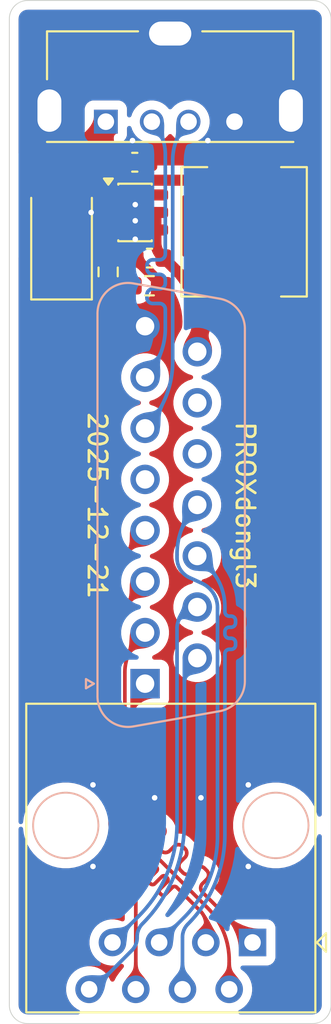
<source format=kicad_pcb>
(kicad_pcb
	(version 20241229)
	(generator "pcbnew")
	(generator_version "9.0")
	(general
		(thickness 1.6)
		(legacy_teardrops no)
	)
	(paper "A4")
	(layers
		(0 "F.Cu" signal)
		(2 "B.Cu" signal)
		(9 "F.Adhes" user "F.Adhesive")
		(11 "B.Adhes" user "B.Adhesive")
		(13 "F.Paste" user)
		(15 "B.Paste" user)
		(5 "F.SilkS" user "F.Silkscreen")
		(7 "B.SilkS" user "B.Silkscreen")
		(1 "F.Mask" user)
		(3 "B.Mask" user)
		(17 "Dwgs.User" user "User.Drawings")
		(19 "Cmts.User" user "User.Comments")
		(21 "Eco1.User" user "User.Eco1")
		(23 "Eco2.User" user "User.Eco2")
		(25 "Edge.Cuts" user)
		(27 "Margin" user)
		(31 "F.CrtYd" user "F.Courtyard")
		(29 "B.CrtYd" user "B.Courtyard")
		(35 "F.Fab" user)
		(33 "B.Fab" user)
		(39 "User.1" user)
		(41 "User.2" user)
		(43 "User.3" user)
		(45 "User.4" user)
	)
	(setup
		(pad_to_mask_clearance 0)
		(allow_soldermask_bridges_in_footprints no)
		(tenting front back)
		(pcbplotparams
			(layerselection 0x00000000_00000000_55555555_5755f5ff)
			(plot_on_all_layers_selection 0x00000000_00000000_00000000_00000000)
			(disableapertmacros no)
			(usegerberextensions yes)
			(usegerberattributes yes)
			(usegerberadvancedattributes yes)
			(creategerberjobfile yes)
			(dashed_line_dash_ratio 12.000000)
			(dashed_line_gap_ratio 3.000000)
			(svgprecision 4)
			(plotframeref no)
			(mode 1)
			(useauxorigin no)
			(hpglpennumber 1)
			(hpglpenspeed 20)
			(hpglpendiameter 15.000000)
			(pdf_front_fp_property_popups yes)
			(pdf_back_fp_property_popups yes)
			(pdf_metadata yes)
			(pdf_single_document no)
			(dxfpolygonmode yes)
			(dxfimperialunits yes)
			(dxfusepcbnewfont yes)
			(psnegative no)
			(psa4output no)
			(plot_black_and_white yes)
			(sketchpadsonfab no)
			(plotpadnumbers no)
			(hidednponfab no)
			(sketchdnponfab yes)
			(crossoutdnponfab yes)
			(subtractmaskfromsilk no)
			(outputformat 1)
			(mirror no)
			(drillshape 0)
			(scaleselection 1)
			(outputdirectory "out/")
		)
	)
	(net 0 "")
	(net 1 "unconnected-(J1-P14-Pad14)")
	(net 2 "/ETH_DC1+")
	(net 3 "/ETH_RX-")
	(net 4 "/ETH_TX+")
	(net 5 "/ETH_DC2+")
	(net 6 "/ETH_DC1-")
	(net 7 "unconnected-(J1-P13-Pad13)")
	(net 8 "/ETH_DC2-")
	(net 9 "/ETH_RX+")
	(net 10 "/ETH_TX-")
	(net 11 "unconnected-(J1-Pad5)")
	(net 12 "/USB_D-")
	(net 13 "/USB_D+")
	(net 14 "+3V3")
	(net 15 "GND")
	(net 16 "+5V")
	(net 17 "Net-(D1-A)")
	(net 18 "Net-(U1-FB)")
	(net 19 "unconnected-(U1-NC-Pad6)")
	(footprint "Connector_USB:USB_A_Molex_105057_Vertical" (layer "F.Cu") (at 105.25 49.575))
	(footprint "Diode_SMD:D_SMA" (layer "F.Cu") (at 102.84 55.71 90))
	(footprint "Package_TO_SOT_SMD:SOT-23-6" (layer "F.Cu") (at 106.8375 54.5))
	(footprint "Capacitor_SMD:C_0603_1608Metric" (layer "F.Cu") (at 106.825 51.775))
	(footprint "Inductor_SMD:L_APV_APH0630" (layer "F.Cu") (at 112.775 55.55 90))
	(footprint "Resistor_SMD:R_0603_1608Metric" (layer "F.Cu") (at 107.625 58.475))
	(footprint "Resistor_SMD:R_0603_1608Metric" (layer "F.Cu") (at 105.375 57.725 90))
	(footprint "Capacitor_SMD:C_0603_1608Metric" (layer "F.Cu") (at 107.625 56.975 180))
	(footprint "Connector_RJ:RJ45_OST_PJ012-8P8CX_Vertical" (layer "F.Cu") (at 113.23 94.1 180))
	(footprint "Connector_Dsub:DSUB-15_Socket_Vertical_P2.77x2.84mm" (layer "B.Cu") (at 107.385 80.06 -90))
	(gr_line
		(start 100 97.5)
		(end 100 44)
		(stroke
			(width 0.05)
			(type default)
		)
		(layer "Edge.Cuts")
		(uuid "0db6ce03-0979-466c-8d70-b73e485d4a8f")
	)
	(gr_line
		(start 117.5 44)
		(end 117.5 97.5)
		(stroke
			(width 0.05)
			(type default)
		)
		(layer "Edge.Cuts")
		(uuid "10be46f5-97dc-400b-ad24-0b8b87306653")
	)
	(gr_line
		(start 101 43)
		(end 116.5 43)
		(stroke
			(width 0.05)
			(type default)
		)
		(layer "Edge.Cuts")
		(uuid "413b3a9e-9bd9-4831-9365-cd63dbd28d7f")
	)
	(gr_arc
		(start 116.5 43)
		(mid 117.207107 43.292893)
		(end 117.5 44)
		(stroke
			(width 0.05)
			(type default)
		)
		(layer "Edge.Cuts")
		(uuid "52b734ef-74dd-43b6-888f-18443ecf54e3")
	)
	(gr_arc
		(start 101 98.5)
		(mid 100.292893 98.207107)
		(end 100 97.5)
		(stroke
			(width 0.05)
			(type default)
		)
		(layer "Edge.Cuts")
		(uuid "6a17951b-3130-4b4a-9fe8-2b07478bf2be")
	)
	(gr_line
		(start 116.5 98.5)
		(end 101 98.5)
		(stroke
			(width 0.05)
			(type default)
		)
		(layer "Edge.Cuts")
		(uuid "79c46bbb-04e4-4a4a-967a-27117ae08049")
	)
	(gr_arc
		(start 117.5 97.5)
		(mid 117.207107 98.207107)
		(end 116.5 98.5)
		(stroke
			(width 0.05)
			(type default)
		)
		(layer "Edge.Cuts")
		(uuid "dbd91a20-56fa-46cf-ba01-69e810d4c7e5")
	)
	(gr_arc
		(start 100 44)
		(mid 100.292893 43.292893)
		(end 101 43)
		(stroke
			(width 0.05)
			(type default)
		)
		(layer "Edge.Cuts")
		(uuid "f40b6dc1-c075-4afe-b6bc-38632a8e4915")
	)
	(gr_text "PROXdongl3\n\n\n\n\n2025-12-21"
		(at 104.2 70.4 270)
		(layer "F.SilkS")
		(uuid "ca6d681c-1b30-4157-b329-de577ee1e039")
		(effects
			(font
				(size 1 1)
				(thickness 0.15)
			)
			(justify bottom)
		)
	)
	(segment
		(start 109.42 93.811314)
		(end 109.42 96.64)
		(width 0.2)
		(layer "B.Cu")
		(net 2)
		(uuid "1b3a16c5-83c5-4082-963a-24f4bce5b034")
	)
	(segment
		(start 111.727 78.438473)
		(end 111.727 78.558473)
		(width 0.2)
		(layer "B.Cu")
		(net 2)
		(uuid "297592fe-a272-44fc-9e77-42cb25950c25")
	)
	(segment
		(start 112.307 77.838473)
		(end 112.307 77.958473)
		(width 0.2)
		(layer "B.Cu")
		(net 2)
		(uuid "3605a777-fcb1-4949-9d2b-4fed50311136")
	)
	(segment
		(start 110.225 73.135)
		(end 110.837673 73.747673)
		(width 0.2)
		(layer "B.Cu")
		(net 2)
		(uuid "42abc40d-b88e-4359-b3e2-d2fd62bc3daf")
	)
	(segment
		(start 111.967 76.398473)
		(end 112.067 76.398473)
		(width 0.2)
		(layer "B.Cu")
		(net 2)
		(uuid "4b6e64f8-ddf2-4ad7-88b5-f979a45e1a53")
	)
	(segment
		(start 111.727 78.611757)
		(end 111.727 79.948824)
		(width 0.2)
		(layer "B.Cu")
		(net 2)
		(uuid "58c9926b-6326-42e7-9dc0-12c851049de2")
	)
	(segment
		(start 111.727 78.558473)
		(end 111.727 78.611757)
		(width 0.2)
		(layer "B.Cu")
		(net 2)
		(uuid "83f4b8a8-9871-4188-8e2f-293062ac7c8a")
	)
	(segment
		(start 112.307 76.638473)
		(end 112.307 76.758473)
		(width 0.2)
		(layer "B.Cu")
		(net 2)
		(uuid "989da18c-164e-4312-b765-d0763e0d36c9")
	)
	(segment
		(start 112.067 76.998473)
		(end 111.967 76.998473)
		(width 0.2)
		(layer "B.Cu")
		(net 2)
		(uuid "aba83d00-45b9-415e-8971-df563c611b99")
	)
	(segment
		(start 111.727 79.948824)
		(end 111.727 88.241834)
		(width 0.2)
		(layer "B.Cu")
		(net 2)
		(uuid "b4f4a6aa-0c07-400b-8acd-30687c0c6f72")
	)
	(segment
		(start 112.067 78.198473)
		(end 111.967 78.198473)
		(width 0.2)
		(layer "B.Cu")
		(net 2)
		(uuid "c29c28f6-4ec4-47de-af13-a0590522dd89")
	)
	(segment
		(start 111.727005 75.894771)
		(end 111.727 76.158473)
		(width 0.2)
		(layer "B.Cu")
		(net 2)
		(uuid "cca05b71-5b5f-4256-ab52-cb01e3d64242")
	)
	(segment
		(start 111.727 77.238473)
		(end 111.727 77.358473)
		(width 0.2)
		(layer "B.Cu")
		(net 2)
		(uuid "e8f35f1c-5947-4153-b041-9d5f8b5d5ced")
	)
	(segment
		(start 111.967 77.598473)
		(end 112.067 77.598473)
		(width 0.2)
		(layer "B.Cu")
		(net 2)
		(uuid "eca8d92f-de7c-4ff4-8620-6832795d65d8")
	)
	(arc
		(start 111.727 88.241834)
		(mid 111.203571 90.873289)
		(end 109.712893 93.104207)
		(width 0.2)
		(layer "B.Cu")
		(net 2)
		(uuid "3d729d30-f11a-449e-8f5f-d25a15500890")
	)
	(arc
		(start 111.727 77.358473)
		(mid 111.797294 77.528179)
		(end 111.967 77.598473)
		(width 0.2)
		(layer "B.Cu")
		(net 2)
		(uuid "4889e938-fd7e-45f7-a438-fd58a02665ad")
	)
	(arc
		(start 111.967 76.998473)
		(mid 111.797294 77.068767)
		(end 111.727 77.238473)
		(width 0.2)
		(layer "B.Cu")
		(net 2)
		(uuid "840bed66-a729-458a-bb79-41114e5b1fc5")
	)
	(arc
		(start 112.307 77.958473)
		(mid 112.236706 78.128179)
		(end 112.067 78.198473)
		(width 0.2)
		(layer "B.Cu")
		(net 2)
		(uuid "88017b7f-2ce8-4096-b5fa-7d43e157a07b")
	)
	(arc
		(start 112.307 76.758473)
		(mid 112.236706 76.928179)
		(end 112.067 76.998473)
		(width 0.2)
		(layer "B.Cu")
		(net 2)
		(uuid "9785c371-2f24-469e-8504-4a7247b09219")
	)
	(arc
		(start 111.727 76.158473)
		(mid 111.797294 76.328179)
		(end 111.967 76.398473)
		(width 0.2)
		(layer "B.Cu")
		(net 2)
		(uuid "a609964b-d264-4d9f-b12b-08cc4a699a63")
	)
	(arc
		(start 112.067 76.398473)
		(mid 112.236706 76.468767)
		(end 112.307 76.638473)
		(width 0.2)
		(layer "B.Cu")
		(net 2)
		(uuid "ac1d85bb-f59a-4dfc-941c-ef6392377f83")
	)
	(arc
		(start 109.712893 93.104207)
		(mid 109.49612 93.428631)
		(end 109.42 93.811314)
		(width 0.2)
		(layer "B.Cu")
		(net 2)
		(uuid "d6ee7632-5b2a-4cfb-b595-83b645ff3a0f")
	)
	(arc
		(start 110.837673 73.747673)
		(mid 111.495887 74.73277)
		(end 111.727005 75.894771)
		(width 0.2)
		(layer "B.Cu")
		(net 2)
		(uuid "d77a85b3-60db-4da9-b72d-3bba58386af8")
	)
	(arc
		(start 112.067 77.598473)
		(mid 112.236706 77.668767)
		(end 112.307 77.838473)
		(width 0.2)
		(layer "B.Cu")
		(net 2)
		(uuid "db339cf9-2624-410e-9cdf-a3c53cbe6b3f")
	)
	(arc
		(start 111.967 78.198473)
		(mid 111.797294 78.268767)
		(end 111.727 78.438473)
		(width 0.2)
		(layer "B.Cu")
		(net 2)
		(uuid "e60421ae-9944-4ba1-b5d8-dc864b2c1861")
	)
	(segment
		(start 106.88 96.64)
		(end 106.88 91.014127)
		(width 0.2)
		(layer "F.Cu")
		(net 3)
		(uuid "35e5ba2f-7fd0-48ff-93b1-eae833a0d61e")
	)
	(segment
		(start 105.482 87.639086)
		(end 105.482 76.344198)
		(width 0.2)
		(layer "F.Cu")
		(net 3)
		(uuid "60b35e78-4833-4263-92c3-97eb2a95da3d")
	)
	(arc
		(start 105.774893 88.346193)
		(mid 106.592798 89.570264)
		(end 106.88 91.014127)
		(width 0.2)
		(layer "F.Cu")
		(net 3)
		(uuid "19e1288e-cd7a-4cfe-953d-6947053902e2")
	)
	(arc
		(start 107.385 71.75)
		(mid 105.976563 73.857856)
		(end 105.482 76.344198)
		(width 0.2)
		(layer "F.Cu")
		(net 3)
		(uuid "9c5fc30d-d7ed-4b8a-bacb-26097bee2dee")
	)
	(arc
		(start 105.774893 88.346193)
		(mid 105.55812 88.02177)
		(end 105.482 87.639086)
		(width 0.2)
		(layer "F.Cu")
		(net 3)
		(uuid "d51b8968-c8e4-42c4-9a1a-bfffcced0d88")
	)
	(segment
		(start 106.685 80.76)
		(end 106.685 87.140786)
		(width 0.2)
		(layer "F.Cu")
		(net 4)
		(uuid "213cc9bc-96a1-4c17-8f5c-ccd93a116c65")
	)
	(segment
		(start 108.728115 89.12294)
		(end 108.960045 88.891007)
		(width 0.2)
		(layer "F.Cu")
		(net 4)
		(uuid "24ac8024-d204-4326-b00b-005f6abc51fc")
	)
	(segment
		(start 110.62316 90.078947)
		(end 110.741953 90.19774)
		(width 0.2)
		(layer "F.Cu")
		(net 4)
		(uuid "33be4c92-56f3-41eb-816b-15f32d9d77e2")
	)
	(segment
		(start 107.385 80.06)
		(end 106.685 80.76)
		(width 0.2)
		(layer "F.Cu")
		(net 4)
		(uuid "34c1f55e-d59e-4312-a4ac-b692196311fb")
	)
	(segment
		(start 110.741953 90.672916)
		(end 110.51002 90.904846)
		(width 0.2)
		(layer "F.Cu")
		(net 4)
		(uuid "5422b261-37a7-4aa3-8ee2-9fe0f509da50")
	)
	(segment
		(start 107.385 80.06)
		(end 106.977893 80.467107)
		(width 0.2)
		(layer "F.Cu")
		(net 4)
		(uuid "6c1f7510-deab-4342-9ffa-c055c23b178e")
	)
	(segment
		(start 107.540176 87.935001)
		(end 107.772106 87.703068)
		(width 0.2)
		(layer "F.Cu")
		(net 4)
		(uuid "84b38016-7cc8-4fa3-8b7d-a5b057c522ba")
	)
	(segment
		(start 109.554014 89.484977)
		(end 109.322081 89.716907)
		(width 0.2)
		(layer "F.Cu")
		(net 4)
		(uuid "9ac48fe6-f7b1-44c0-98a7-4e04da66844b")
	)
	(segment
		(start 109.916054 90.310879)
		(end 110.147984 90.078946)
		(width 0.2)
		(layer "F.Cu")
		(net 4)
		(uuid "a2574c8e-f60c-47dc-ba1e-fdeaf4826972")
	)
	(segment
		(start 110.628817 91.498817)
		(end 111.065 91.935)
		(width 0.2)
		(layer "F.Cu")
		(net 4)
		(uuid "ab11df4e-0c3b-49e5-b3ae-859f74f2b246")
	)
	(segment
		(start 109.435221 88.891008)
		(end 109.554014 89.009801)
		(width 0.2)
		(layer "F.Cu")
		(net 4)
		(uuid "b6312bb9-ecae-4f9e-96e4-326e5c0f01a1")
	)
	(segment
		(start 109.322082 90.192083)
		(end 109.440878 90.310878)
		(width 0.2)
		(layer "F.Cu")
		(net 4)
		(uuid "b73de118-aa28-480d-b46e-9d60e59735a8")
	)
	(segment
		(start 108.366075 88.297038)
		(end 108.134142 88.528968)
		(width 0.2)
		(layer "F.Cu")
		(net 4)
		(uuid "bca99180-b19e-4329-afac-060f59b785f4")
	)
	(segment
		(start 111.065 91.935)
		(end 113.23 94.1)
		(width 0.2)
		(layer "F.Cu")
		(net 4)
		(uuid "d2aaabad-c98a-45ae-96f4-1a8bd2222fa4")
	)
	(segment
		(start 108.247282 87.703069)
		(end 108.366075 87.821862)
		(width 0.2)
		(layer "F.Cu")
		(net 4)
		(uuid "dfb03752-e664-48a2-9d08-a7133c0f8063")
	)
	(segment
		(start 110.510021 91.380022)
		(end 110.628817 91.498817)
		(width 0.2)
		(layer "F.Cu")
		(net 4)
		(uuid "e06b253f-14fb-4dc8-9851-561d427c4427")
	)
	(segment
		(start 106.977893 87.847893)
		(end 107.065 87.935)
		(width 0.2)
		(layer "F.Cu")
		(net 4)
		(uuid "e20394a6-36ba-478e-8529-2641863adfaf")
	)
	(segment
		(start 108.134143 89.004144)
		(end 108.252939 89.122939)
		(width 0.2)
		(layer "F.Cu")
		(net 4)
		(uuid "e7e0aa8a-e407-46af-a998-0e98ace99086")
	)
	(arc
		(start 108.134142 88.528968)
		(mid 108.035731 88.766556)
		(end 108.134143 89.004144)
		(width 0.2)
		(layer "F.Cu")
		(net 4)
		(uuid "233b63ef-0432-464d-be60-e0fff5d13ac2")
	)
	(arc
		(start 110.51002 90.904846)
		(mid 110.411609 91.142434)
		(end 110.510021 91.380022)
		(width 0.2)
		(layer "F.Cu")
		(net 4)
		(uuid "3f33e3bc-9f81-4a07-86d5-c2781531a87b")
	)
	(arc
		(start 109.440878 90.310878)
		(mid 109.678467 90.40929)
		(end 109.916054 90.310879)
		(width 0.2)
		(layer "F.Cu")
		(net 4)
		(uuid "443a3d4a-6585-4196-a40e-7041425c4eac")
	)
	(arc
		(start 110.147984 90.078946)
		(mid 110.385572 89.980535)
		(end 110.62316 90.078947)
		(width 0.2)
		(layer "F.Cu")
		(net 4)
		(uuid "450e2d8f-0dd2-42b4-8f9f-39d4c2ccd201")
	)
	(arc
		(start 110.741953 90.19774)
		(mid 110.840365 90.435328)
		(end 110.741953 90.672916)
		(width 0.2)
		(layer "F.Cu")
		(net 4)
		(uuid "4e2764a4-0acf-4e47-855b-0e09e4b064ac")
	)
	(arc
		(start 107.065 87.935)
		(mid 107.302589 88.033412)
		(end 107.540176 87.935001)
		(width 0.2)
		(layer "F.Cu")
		(net 4)
		(uuid "617fa0de-ebb0-436c-8263-15595d60ef9c")
	)
	(arc
		(start 108.366075 87.821862)
		(mid 108.464487 88.05945)
		(end 108.366075 88.297038)
		(width 0.2)
		(layer "F.Cu")
		(net 4)
		(uuid "75f31041-05b3-4f77-bf21-c5469b3b3203")
	)
	(arc
		(start 108.252939 89.122939)
		(mid 108.490528 89.221351)
		(end 108.728115 89.12294)
		(width 0.2)
		(layer "F.Cu")
		(net 4)
		(uuid "8f790694-a398-4b1e-bb57-b582fb2543be")
	)
	(arc
		(start 107.772106 87.703068)
		(mid 108.009694 87.604657)
		(end 108.247282 87.703069)
		(width 0.2)
		(layer "F.Cu")
		(net 4)
		(uuid "a951adfe-5ee2-47da-a8db-acf76f9336c4")
	)
	(arc
		(start 109.554014 89.009801)
		(mid 109.652426 89.247389)
		(end 109.554014 89.484977)
		(width 0.2)
		(layer "F.Cu")
		(net 4)
		(uuid "cac28868-16bc-44b8-8510-56e0c858b8a5")
	)
	(arc
		(start 106.685 87.140786)
		(mid 106.76112 87.52347)
		(end 106.977893 87.847893)
		(width 0.2)
		(layer "F.Cu")
		(net 4)
		(uuid "d50a074b-b3dd-4558-8c40-85b226028dcd")
	)
	(arc
		(start 109.322081 89.716907)
		(mid 109.22367 89.954495)
		(end 109.322082 90.192083)
		(width 0.2)
		(layer "F.Cu")
		(net 4)
		(uuid "dc2f670d-15ea-4477-9882-6c8a74a5d2f3")
	)
	(arc
		(start 108.960045 88.891007)
		(mid 109.197633 88.792596)
		(end 109.435221 88.891008)
		(width 0.2)
		(layer "F.Cu")
		(net 4)
		(uuid "e16beaad-139b-4905-8a28-40e8a90511db")
	)
	(segment
		(start 111.326 75.937102)
		(end 111.326 88.341275)
		(width 0.2)
		(layer "B.Cu")
		(net 5)
		(uuid "2e521ab4-1c9c-4f82-8744-e8f74b45f502")
	)
	(segment
		(start 109.4997 92.750316)
		(end 108.15 94.1)
		(width 0.2)
		(layer "B.Cu")
		(net 5)
		(uuid "50323dfe-b2cd-4ed8-8839-87d366f75576")
	)
	(segment
		(start 109.123999 73.094481)
		(end 109.123997 73.24715)
		(width 0.2)
		(layer "B.Cu")
		(net 5)
		(uuid "573d0532-267c-4c64-81f2-82efa49f1e11")
	)
	(segment
		(start 109.124 73.050762)
		(end 109.123999 73.094481)
		(width 0.2)
		(layer "B.Cu")
		(net 5)
		(uuid "83aac324-fece-4496-8203-5c602cf4d72f")
	)
	(segment
		(start 109.124 73.022931)
		(end 109.124 73.050762)
		(width 0.2)
		(layer "B.Cu")
		(net 5)
		(uuid "b55e6cf2-afd1-4de7-8e61-c1b98395f5a3")
	)
	(segment
		(start 109.80946 74.311291)
		(end 110.472761 74.612516)
		(width 0.2)
		(layer "B.Cu")
		(net 5)
		(uuid "e3ce3b94-346f-4702-a787-4bad6a18c179")
	)
	(arc
		(start 109.123997 73.24715)
		(mid 109.310191 73.880054)
		(end 109.80946 74.311291)
		(width 0.2)
		(layer "B.Cu")
		(net 5)
		(uuid "29764fa2-a997-4704-9206-466832b26de4")
	)
	(arc
		(start 110.225 70.365)
		(mid 109.410133 71.584481)
		(end 109.124 73.022931)
		(width 0.2)
		(layer "B.Cu")
		(net 5)
		(uuid "524331c2-a955-4a25-93ad-45d61e2ba38d")
	)
	(arc
		(start 111.326 88.341275)
		(mid 110.85136 90.727434)
		(end 109.4997 92.750316)
		(width 0.2)
		(layer "B.Cu")
		(net 5)
		(uuid "95ff44f7-af53-4de6-a56f-ea9300a9a3de")
	)
	(arc
		(start 111.326 75.937102)
		(mid 111.094227 75.149297)
		(end 110.472761 74.612516)
		(width 0.2)
		(layer "B.Cu")
		(net 5)
		(uuid "e8685c65-5f2e-4be2-a160-a7a6580df01f")
	)
	(segment
		(start 109.416893 76.333107)
		(end 109.845 75.905)
		(width 0.2)
		(layer "B.Cu")
		(net 6)
		(uuid "19de6717-dd66-4f55-9b1f-ed5f070abbb0")
	)
	(segment
		(start 109.124 87.641773)
		(end 109.124 77.040214)
		(width 0.2)
		(layer "B.Cu")
		(net 6)
		(uuid "7ef2c0a7-1daf-4709-ba47-40c201c5c4ee")
	)
	(segment
		(start 109.845 75.905)
		(end 110.225 75.905)
		(width 0.2)
		(layer "B.Cu")
		(net 6)
		(uuid "7ff693eb-e5e6-4b1c-9b05-4bb976a10db3")
	)
	(segment
		(start 105.61 94.1)
		(end 107.042033 92.668001)
		(width 0.2)
		(layer "B.Cu")
		(net 6)
		(uuid "947dcb75-2a58-4d01-91e3-4a251669c49b")
	)
	(segment
		(start 105.61 94.1)
		(end 105.5 93.99)
		(width 0.2)
		(layer "B.Cu")
		(net 6)
		(uuid "ee570994-3e94-4237-bd5c-cfcc1aedb572")
	)
	(arc
		(start 107.042033 92.668001)
		(mid 108.582913 90.361955)
		(end 109.124 87.641773)
		(width 0.2)
		(layer "B.Cu")
		(net 6)
		(uuid "9367f155-3e0b-4ef1-95e0-d75e8f9bf54c")
	)
	(arc
		(start 109.416893 76.333107)
		(mid 109.20012 76.65753)
		(end 109.124 77.040214)
		(width 0.2)
		(layer "B.Cu")
		(net 6)
		(uuid "ac278524-a01d-4232-8144-d0e3b99e6d94")
	)
	(segment
		(start 106.953893 93.828232)
		(end 106.953893 93.785982)
		(width 0.2)
		(layer "B.Cu")
		(net 8)
		(uuid "6010f089-3123-43db-a364-fbc262c45f34")
	)
	(segment
		(start 109.525 87.578835)
		(end 109.525 79.789214)
		(width 0.2)
		(layer "B.Cu")
		(net 8)
		(uuid "7e9e76bf-d0c5-4b76-b851-d7129937c28e")
	)
	(segment
		(start 104.556339 96.64)
		(end 106.661 94.535339)
		(width 0.2)
		(layer "B.Cu")
		(net 8)
		(uuid "95ee3c68-50d0-449d-b1c1-bdd40f4b71cc")
	)
	(segment
		(start 104.34 96.64)
		(end 104.556339 96.64)
		(width 0.2)
		(layer "B.Cu")
		(net 8)
		(uuid "b41c45bb-3840-4329-873b-0826724ca19c")
	)
	(segment
		(start 109.817893 79.082107)
		(end 110.225 78.675)
		(width 0.2)
		(layer "B.Cu")
		(net 8)
		(uuid "ee68e164-ca41-4506-92ea-0620134d969e")
	)
	(arc
		(start 109.525 79.789214)
		(mid 109.60112 79.406531)
		(end 109.817893 79.082107)
		(width 0.2)
		(layer "B.Cu")
		(net 8)
		(uuid "601c0325-34fd-4107-8982-98e1646ff6bb")
	)
	(arc
		(start 106.953893 93.785982)
		(mid 107.030013 93.403299)
		(end 107.246786 93.078875)
		(width 0.2)
		(layer "B.Cu")
		(net 8)
		(uuid "6cbdcb56-97f5-4eb9-bec7-9c4b1ad8ab0a")
	)
	(arc
		(start 106.661 94.535339)
		(mid 106.877773 94.210916)
		(end 106.953893 93.828232)
		(width 0.2)
		(layer "B.Cu")
		(net 8)
		(uuid "cdf8a814-f6e8-4848-b587-18abdfccfa59")
	)
	(arc
		(start 107.246786 93.078875)
		(mid 108.932921 90.555415)
		(end 109.525 87.578835)
		(width 0.2)
		(layer "B.Cu")
		(net 8)
		(uuid "eb7a141a-7c25-4cc6-b7e6-d884c399ce57")
	)
	(segment
		(start 109.162381 91.166581)
		(end 109.3279 91.3321)
		(width 0.2)
		(layer "F.Cu")
		(net 9)
		(uuid "15b411c7-ffbd-4ead-bf58-f9f9c6b35cb2")
	)
	(segment
		(start 109.104397 91.108597)
		(end 109.162381 91.166581)
		(width 0.2)
		(layer "F.Cu")
		(net 9)
		(uuid "2762318f-2d42-4a0d-9577-aa34abcf0d1c")
	)
	(segment
		(start 108.002727 90.238858)
		(end 107.619475 90.622109)
		(width 0.2)
		(layer "F.Cu")
		(net 9)
		(uuid "287071ee-1ee2-499c-a9ce-f8ecf42d3b0b")
	)
	(segment
		(start 107.4229 89.659031)
		(end 107.216424 89.865506)
		(width 0.2)
		(layer "F.Cu")
		(net 9)
		(uuid "29a7ed2f-8e4f-4cb7-82c9-1b82aa07d29c")
	)
	(segment
		(start 108.199302 91.433867)
		(end 108.257284 91.491849)
		(width 0.2)
		(layer "F.Cu")
		(net 9)
		(uuid "2bc0a353-443d-4045-92f7-8008b44d6876")
	)
	(segment
		(start 107.216424 90.097437)
		(end 107.274406 90.155419)
		(width 0.2)
		(layer "F.Cu")
		(net 9)
		(uuid "3bd8a843-541f-49a2-80ce-54e5adec7582")
	)
	(segment
		(start 109.3279 91.3321)
		(end 110.281037 92.285237)
		(width 0.2)
		(layer "F.Cu")
		(net 9)
		(uuid "3ff0c178-d559-4453-b347-324ac0c71169")
	)
	(segment
		(start 110.281037 92.285237)
		(end 110.397107 92.401307)
		(width 0.2)
		(layer "F.Cu")
		(net 9)
		(uuid "870a4c3e-3467-4d7d-899e-2fa5d5e145dc")
	)
	(segment
		(start 107.944743 89.948943)
		(end 108.002727 90.006927)
		(width 0.2)
		(layer "F.Cu")
		(net 9)
		(uuid "9c62ffd7-2d59-4831-8a10-0b34bb66b7f3")
	)
	(segment
		(start 107.506337 90.155419)
		(end 107.712812 89.948943)
		(width 0.2)
		(layer "F.Cu")
		(net 9)
		(uuid "a5c6f3b1-9b78-483d-a59a-da4a82b89d2b")
	)
	(segment
		(start 107.909388 90.912022)
		(end 108.292639 90.52877)
		(width 0.2)
		(layer "F.Cu")
		(net 9)
		(uuid "a8239e8f-f4ad-4bcd-a685-40b24630076d")
	)
	(segment
		(start 108.582554 90.818685)
		(end 108.199302 91.201936)
		(width 0.2)
		(layer "F.Cu")
		(net 9)
		(uuid "ae2a428f-6241-4267-938d-dc7b1785dbab")
	)
	(segment
		(start 107.619475 90.85404)
		(end 107.677457 90.912022)
		(width 0.2)
		(layer "F.Cu")
		(net 9)
		(uuid "bd542de6-00d6-4569-a8a8-7b814e5434c0")
	)
	(segment
		(start 105.883 78.146129)
		(end 105.883 87.472986)
		(width 0.2)
		(layer "F.Cu")
		(net 9)
		(uuid "bdcc6913-de0c-47e8-80af-b18b6df31a33")
	)
	(segment
		(start 108.52457 90.52877)
		(end 108.582554 90.586754)
		(width 0.2)
		(layer "F.Cu")
		(net 9)
		(uuid "cbb60cd9-50b4-4299-b5a3-262396cc7801")
	)
	(segment
		(start 106.175893 88.180093)
		(end 107.4229 89.4271)
		(width 0.2)
		(layer "F.Cu")
		(net 9)
		(uuid "dc2eb85c-2011-497b-9c1a-e9375e89c281")
	)
	(segment
		(start 108.489215 91.491849)
		(end 108.872466 91.108597)
		(width 0.2)
		(layer "F.Cu")
		(net 9)
		(uuid "f106b01f-947e-4b6d-b921-7b6d67ddc96c")
	)
	(segment
		(start 110.69 93.108414)
		(end 110.69 94.1)
		(width 0.2)
		(layer "F.Cu")
		(net 9)
		(uuid "fadf9c9d-be21-45c6-bd28-ba31471b182e")
	)
	(arc
		(start 107.677457 90.912022)
		(mid 107.793423 90.960056)
		(end 107.909388 90.912022)
		(width 0.2)
		(layer "F.Cu")
		(net 9)
		(uuid "0044d40f-1336-4018-897f-f767c31ef9ee")
	)
	(arc
		(start 110.397107 92.401307)
		(mid 110.61388 92.725731)
		(end 110.69 93.108414)
		(width 0.2)
		(layer "F.Cu")
		(net 9)
		(uuid "08a9e97a-790d-4c1c-9c02-8911175f24f6")
	)
	(arc
		(start 105.883 87.472986)
		(mid 105.95912 87.855669)
		(end 106.175893 88.180093)
		(width 0.2)
		(layer "F.Cu")
		(net 9)
		(uuid "132eb2b6-7af8-45e0-ad5e-0a1ba96503ff")
	)
	(arc
		(start 108.199302 91.201936)
		(mid 108.151268 91.317901)
		(end 108.199302 91.433867)
		(width 0.2)
		(layer "F.Cu")
		(net 9)
		(uuid "2908833b-4ba6-4279-91a0-8e3768d41ad8")
	)
	(arc
		(start 107.4229 89.4271)
		(mid 107.470934 89.543066)
		(end 107.4229 89.659031)
		(width 0.2)
		(layer "F.Cu")
		(net 9)
		(uuid "3d1a5c3b-9c1c-4ff9-b509-0cd7ba345534")
	)
	(arc
		(start 108.002727 90.006927)
		(mid 108.050761 90.122893)
		(end 108.002727 90.238858)
		(width 0.2)
		(layer "F.Cu")
		(net 9)
		(uuid "43d0c6e6-db7b-45ce-b80a-75e47fc99d11")
	)
	(arc
		(start 107.619475 90.622109)
		(mid 107.571441 90.738074)
		(end 107.619475 90.85404)
		(width 0.2)
		(layer "F.Cu")
		(net 9)
		(uuid "450ede13-fc08-433a-a879-90ba3cb3c275")
	)
	(arc
		(start 107.712812 89.948943)
		(mid 107.828777 89.900909)
		(end 107.944743 89.948943)
		(width 0.2)
		(layer "F.Cu")
		(net 9)
		(uuid "559183c8-82a1-498e-9f0c-0c279546951a")
	)
	(arc
		(start 108.292639 90.52877)
		(mid 108.408604 90.480736)
		(end 108.52457 90.52877)
		(width 0.2)
		(layer "F.Cu")
		(net 9)
		(uuid "6c24ef7f-7479-488d-81ee-eaa183b09299")
	)
	(arc
		(start 108.582554 90.586754)
		(mid 108.630588 90.70272)
		(end 108.582554 90.818685)
		(width 0.2)
		(layer "F.Cu")
		(net 9)
		(uuid "a09cebd6-3518-47f7-8983-a19fb2e66433")
	)
	(arc
		(start 107.274406 90.155419)
		(mid 107.390372 90.203453)
		(end 107.506337 90.155419)
		(width 0.2)
		(layer "F.Cu")
		(net 9)
		(uuid "a2dcb139-68dc-48c9-8390-fa2135db1e40")
	)
	(arc
		(start 107.216424 89.865506)
		(mid 107.16839 89.981471)
		(end 107.216424 90.097437)
		(width 0.2)
		(layer "F.Cu")
		(net 9)
		(uuid "ad7c87b6-7075-4132-a3b8-14a1b031aa08")
	)
	(arc
		(start 107.385 74.52)
		(mid 106.273353 76.18369)
		(end 105.883 78.146129)
		(width 0.2)
		(layer "F.Cu")
		(net 9)
		(uuid "b7972300-392c-4a71-beb6-4c9b3c4b1973")
	)
	(arc
		(start 108.872466 91.108597)
		(mid 108.988431 91.060563)
		(end 109.104397 91.108597)
		(width 0.2)
		(layer "F.Cu")
		(net 9)
		(uuid "ea0192bc-0949-40f4-aa03-732e56c585c8")
	)
	(arc
		(start 108.257284 91.491849)
		(mid 108.37325 91.539883)
		(end 108.489215 91.491849)
		(width 0.2)
		(layer "F.Cu")
		(net 9)
		(uuid "ffa78e4a-9ea6-435a-ba81-a0d93d71d9c7")
	)
	(segment
		(start 111.96 96.64)
		(end 111.96 95.064265)
		(width 0.2)
		(layer "F.Cu")
		(net 10)
		(uuid "1e072b2f-a021-4d03-b679-d9ccb33c45ac")
	)
	(segment
		(start 110.781137 92.218237)
		(end 106.576893 88.013993)
		(width 0.2)
		(layer "F.Cu")
		(net 10)
		(uuid "2ced86cf-7653-41f5-805b-b58d44cbf522")
	)
	(segment
		(start 107.037789 77.637211)
		(end 107.385 77.29)
		(width 0.2)
		(layer "F.Cu")
		(net 10)
		(uuid "54d048d0-6021-4565-a7d5-639d167c4ae7")
	)
	(segment
		(start 106.284 87.306886)
		(end 106.284 79.457019)
		(width 0.2)
		(layer "F.Cu")
		(net 10)
		(uuid "712ae5f0-9554-4cfe-b6b0-42cb67fcdea8")
	)
	(arc
		(start 106.576893 88.013993)
		(mid 106.36012 87.68957)
		(end 106.284 87.306886)
		(width 0.2)
		(layer "F.Cu")
		(net 10)
		(uuid "0907e4d0-264d-4934-9588-116a623b2293")
	)
	(arc
		(start 107.037789 77.637211)
		(mid 106.479903 78.472146)
		(end 106.284 79.457019)
		(width 0.2)
		(layer "F.Cu")
		(net 10)
		(uuid "6fbe9976-3140-4f1f-b030-d3810ef537c8")
	)
	(arc
		(start 111.96 95.064265)
		(mid 111.653623 93.524006)
		(end 110.781137 92.218237)
		(width 0.2)
		(layer "F.Cu")
		(net 10)
		(uuid "c8e3aab4-fd21-4b27-8658-33ac568c0160")
	)
	(segment
		(start 108.486 51.351842)
		(end 108.486 51.796628)
		(width 0.2)
		(layer "B.Cu")
		(net 12)
		(uuid "022229e0-ef6b-4471-a7ff-86bdbebb8f62")
	)
	(segment
		(start 108.486 51.796628)
		(end 108.486 56.752191)
		(width 0.2)
		(layer "B.Cu")
		(net 12)
		(uuid "05cceade-a274-414f-8bf2-59eb1124b987")
	)
	(segment
		(start 108.486 60.741494)
		(end 108.486 60.781945)
		(width 0.2)
		(layer "B.Cu")
		(net 12)
		(uuid "10557358-4856-4ab5-ae04-97387702dcab")
	)
	(segment
		(start 108.486 60.451494)
		(end 108.486 60.741494)
		(width 0.2)
		(layer "B.Cu")
		(net 12)
		(uuid "14a6e22d-c347-4fc1-8b3e-f53f9be841cf")
	)
	(segment
		(start 107.802 59.438191)
		(end 108.17 59.438191)
		(width 0.2)
		(layer "B.Cu")
		(net 12)
		(uuid "2476beab-af21-4edd-993c-b2bfa6a05dae")
	)
	(segment
		(start 108.486 59.754191)
		(end 108.486 59.912191)
		(width 0.2)
		(layer "B.Cu")
		(net 12)
		(uuid "408dca81-1860-47b8-81f9-4adeff4512c8")
	)
	(segment
		(start 108.486 59.912191)
		(end 108.486 60.451494)
		(width 0.2)
		(layer "B.Cu")
		(net 12)
		(uuid "4c1fca2c-7319-40d3-ab82-cd99bcce3436")
	)
	(segment
		(start 107.486 57.384191)
		(end 107.486 57.542191)
		(width 0.2)
		(layer "B.Cu")
		(net 12)
		(uuid "700aad17-d708-4588-8db6-1688d2fab2ac")
	)
	(segment
		(start 108.17 58.648191)
		(end 107.802 58.648191)
		(width 0.2)
		(layer "B.Cu")
		(net 12)
		(uuid "84a83b14-4ce5-49b5-9a67-78eb7ffc7df3")
	)
	(segment
		(start 108.17 57.068191)
		(end 107.802 57.068191)
		(width 0.2)
		(layer "B.Cu")
		(net 12)
		(uuid "927ed8b6-8f78-4bd4-9706-697d355de0a1")
	)
	(segment
		(start 107.802 57.858191)
		(end 108.17 57.858191)
		(width 0.2)
		(layer "B.Cu")
		(net 12)
		(uuid "98fd1a51-6f36-459e-87c9-e3b59824143e")
	)
	(segment
		(start 108.486 58.174191)
		(end 108.486 58.332191)
		(width 0.2)
		(layer "B.Cu")
		(net 12)
		(uuid "bc84b526-1150-401d-9fe4-6b77ceaaf9ee")
	)
	(segment
		(start 107.486 58.964191)
		(end 107.486 59.122191)
		(width 0.2)
		(layer "B.Cu")
		(net 12)
		(uuid "e486bcad-5971-4c54-9f6f-fc3cf2dabbe6")
	)
	(arc
		(start 107.486 57.542191)
		(mid 107.578554 57.765637)
		(end 107.802 57.858191)
		(width 0.2)
		(layer "B.Cu")
		(net 12)
		(uuid "280d5bb5-4950-4afe-a3ed-a8864f2297e4")
	)
	(arc
		(start 107.802 58.648191)
		(mid 107.578554 58.740745)
		(end 107.486 58.964191)
		(width 0.2)
		(layer "B.Cu")
		(net 12)
		(uuid "2de487c8-fb55-48d5-bc7e-ec52e6391cd6")
	)
	(arc
		(start 108.17 59.438191)
		(mid 108.393446 59.530745)
		(end 108.486 59.754191)
		(width 0.2)
		(layer "B.Cu")
		(net 12)
		(uuid "310b9eb1-f40c-464c-803e-07fcd671bbd2")
	)
	(arc
		(start 107.802 57.068191)
		(mid 107.578554 57.160745)
		(end 107.486 57.384191)
		(width 0.2)
		(layer "B.Cu")
		(net 12)
		(uuid "4ed03029-a14b-4556-b297-c4721f03f8ae")
	)
	(arc
		(start 107.486 59.122191)
		(mid 107.578554 59.345637)
		(end 107.802 59.438191)
		(width 0.2)
		(layer "B.Cu")
		(net 12)
		(uuid "8c9d0890-f225-44dd-b647-dc5606e56a90")
	)
	(arc
		(start 108.486 56.752191)
		(mid 108.393446 56.975637)
		(end 108.17 57.068191)
		(width 0.2)
		(layer "B.Cu")
		(net 12)
		(uuid "c20b928b-6a80-4e7d-b9f0-dc690c64e669")
	)
	(arc
		(start 108.486 58.332191)
		(mid 108.393446 58.555637)
		(end 108.17 58.648191)
		(width 0.2)
		(layer "B.Cu")
		(net 12)
		(uuid "cc45073d-188f-442c-ac23-d06d8c53fecb")
	)
	(arc
		(start 108.17 57.858191)
		(mid 108.393446 57.950745)
		(end 108.486 58.174191)
		(width 0.2)
		(layer "B.Cu")
		(net 12)
		(uuid "dd19b0d6-1a0e-42c1-a89c-7a4a8e7da597")
	)
	(arc
		(start 108.486 60.781945)
		(mid 108.199858 62.220476)
		(end 107.385 63.44)
		(width 0.2)
		(layer "B.Cu")
		(net 12)
		(uuid "f33cfceb-e09f-45eb-b11a-bab4a8b100c3")
	)
	(arc
		(start 107.75 49.575)
		(mid 108.294723 50.390229)
		(end 108.486 51.351842)
		(width 0.2)
		(layer "B.Cu")
		(net 12)
		(uuid "f3bf2c74-4ab3-4a73-b73e-f22aebb82efc")
	)
	(segment
		(start 108.887 51.658474)
		(end 108.887 62.583871)
		(width 0.2)
		(layer "B.Cu")
		(net 13)
		(uuid "bda663fa-58e7-44bf-954b-314e59c1a180")
	)
	(arc
		(start 109.75 49.575)
		(mid 109.111288 50.530903)
		(end 108.887 51.658474)
		(width 0.2)
		(layer "B.Cu")
		(net 13)
		(uuid "4ff6a839-319f-4996-91ee-d45cb3613d47")
	)
	(arc
		(start 107.385 66.21)
		(mid 108.496646 64.546311)
		(end 108.887 62.583871)
		(width 0.2)
		(layer "B.Cu")
		(net 13)
		(uuid "8655bb6f-9eb8-44d4-8c09-6e0886ab5343")
	)
	(segment
		(start 108.267893 56.842893)
		(end 108.4 56.975)
		(width 0.6)
		(layer "F.Cu")
		(net 14)
		(uuid "01c7bb6d-cc75-4d99-97fe-6d8b6ed11e67")
	)
	(segment
		(start 109.028862 57.581956)
		(end 108.421906 56.975)
		(width 0.6)
		(layer "F.Cu")
		(net 14)
		(uuid "1138042a-4714-4a87-8860-3f882f5b1ad4")
	)
	(segment
		(start 108.924 57.499)
		(end 108.4 56.975)
		(width 0.6)
		(layer "F.Cu")
		(net 14)
		(uuid "149d850b-1d27-4535-b144-0debe2428759")
	)
	(segment
		(start 110.225 62.055)
		(end 110.225 61.939214)
		(width 0.8)
		(layer "F.Cu")
		(net 14)
		(uuid "170c2a41-6f92-4a19-84ec-18ec923a2f8a")
	)
	(segment
		(start 110.882591 60.467409)
		(end 112.775 58.575)
		(width 0.6)
		(layer "F.Cu")
		(net 14)
		(uuid "1dfbd9fa-3635-482e-81d9-c51cfd247b65")
	)
	(segment
		(start 109.351 57.904094)
		(end 108.945906 57.499)
		(width 0.6)
		(layer "F.Cu")
		(net 14)
		(uuid "55e1d1c7-33d8-407d-99a8-fc4af11601ed")
	)
	(segment
		(start 109.351 57.926)
		(end 109.351 57.904094)
		(width 0.6)
		(layer "F.Cu")
		(net 14)
		(uuid "57cdd79b-6ced-4628-af03-2f9834a9ea7b")
	)
	(segment
		(start 108.945906 57.499)
		(end 108.924 57.499)
		(width 0.6)
		(layer "F.Cu")
		(net 14)
		(uuid "6827f80f-9efb-4d5d-a050-9652989efb14")
	)
	(segment
		(start 107.975 54.5)
		(end 107.975 55.45)
		(width 0.6)
		(layer "F.Cu")
		(net 14)
		(uuid "84ff19d4-953d-4c66-b870-88048138ec8c")
	)
	(segment
		(start 108.421906 56.975)
		(end 108.4 56.975)
		(width 0.6)
		(layer "F.Cu")
		(net 14)
		(uuid "aa6f6fc7-3fb6-4291-a29a-973d97f1df4e")
	)
	(segment
		(start 112.775 58.575)
		(end 110.917815 58.575)
		(width 0.6)
		(layer "F.Cu")
		(net 14)
		(uuid "b2cf565a-3bac-4784-b128-e958f8fe23f8")
	)
	(segment
		(start 110.225 62.055)
		(end 110.225 60.469691)
		(width 0.6)
		(layer "F.Cu")
		(net 14)
		(uuid "d034b8b8-7cac-4e92-a567-822c854e885d")
	)
	(segment
		(start 107.975 55.45)
		(end 107.975 56.135786)
		(width 0.6)
		(layer "F.Cu")
		(net 14)
		(uuid "fc080877-fdef-499a-81fb-c7a78cc6e35e")
	)
	(arc
		(start 109.028862 57.581956)
		(mid 109.914134 58.90686)
		(end 110.225 60.469691)
		(width 0.6)
		(layer "F.Cu")
		(net 14)
		(uuid "49d68595-9406-4c8c-857e-3abfc4a538f0")
	)
	(arc
		(start 110.882591 60.467409)
		(mid 110.395902 61.195791)
		(end 110.225 62.055)
		(width 0.6)
		(layer "F.Cu")
		(net 14)
		(uuid "4f9f34e2-69b0-4d7a-b96e-4b3931e7dcdc")
	)
	(arc
		(start 107.975 56.135786)
		(mid 108.05112 56.518469)
		(end 108.267893 56.842893)
		(width 0.6)
		(layer "F.Cu")
		(net 14)
		(uuid "60ac636e-5955-47e4-a4be-a04bb00d369f")
	)
	(arc
		(start 110.917815 58.575)
		(mid 110.069865 58.406332)
		(end 109.351 57.926)
		(width 0.6)
		(layer "F.Cu")
		(net 14)
		(uuid "a1350b5a-2bef-49e9-b425-b1c70903b950")
	)
	(segment
		(start 106.85 55.194608)
		(end 106.85 54.95)
		(width 0.5)
		(layer "F.Cu")
		(net 15)
		(uuid "052901df-e0bf-4ac9-b128-12cbea763ecb")
	)
	(segment
		(start 106.067107 45.087893)
		(end 102.18 48.975)
		(width 0.4)
		(layer "F.Cu")
		(net 15)
		(uuid "0c33beac-12bb-445d-a783-1004852db0d5")
	)
	(segment
		(start 108.75 44.795)
		(end 110.725786 44.795)
		(width 0.4)
		(layer "F.Cu")
		(net 15)
		(uuid "0d073ff7-1f92-4185-8570-d1c6bc823cd7")
	)
	(segment
		(start 106.85 54.075)
		(end 106.799546 54.075)
		(width 0.5)
		(layer "F.Cu")
		(net 15)
		(uuid "0f8d09be-863e-448f-b262-a493d6c9a785")
	)
	(segment
		(start 106.85 55.95)
		(end 106.85 55.194608)
		(width 0.5)
		(layer "F.Cu")
		(net 15)
		(uuid "130f482a-3e70-44b1-8b93-ae9fafca5e06")
	)
	(segment
		(start 105.738691 54.5)
		(end 105.7 54.5)
		(width 0.5)
		(layer "F.Cu")
		(net 15)
		(uuid "1b53fe2a-71c7-4ad6-bb7c-626c95e87a17")
	)
	(segment
		(start 108.75 44.795)
		(end 106.774214 44.795)
		(width 0.4)
		(layer "F.Cu")
		(net 15)
		(uuid "21a4a2c9-b853-46ee-af2f-c2201bc6d97e")
	)
	(segment
		(start 110.36 51.04)
		(end 110.8 50.6)
		(width 0.6)
		(layer "F.Cu")
		(net 15)
		(uuid "3e72f3b1-afe6-4d60-82ff-88b23662b651")
	)
	(segment
		(start 106.85 54.075)
		(end 106.85 54.95)
		(width 0.5)
		(layer "F.Cu")
		(net 15)
		(uuid "518d8bd1-1512-443c-86a0-137595bc8739")
	)
	(segment
		(start 107.14 51.04)
		(end 110.36 51.04)
		(width 0.6)
		(layer "F.Cu")
		(net 15)
		(uuid "5213e8c0-ed6e-46d0-8f7d-e8e5d901695a")
	)
	(segment
		(start 106.85 56.975)
		(end 106.85 55.95)
		(width 0.5)
		(layer "F.Cu")
		(net 15)
		(uuid "57258077-4338-4445-b501-7ac1f3fd1b41")
	)
	(segment
		(start 108.157107 59.897893)
		(end 107.385 60.67)
		(width 0.6)
		(layer "F.Cu")
		(net 15)
		(uuid "71519fb9-ccf6-4e19-a042-139449a1a5b0")
	)
	(segment
		(start 105.7 54.5)
		(end 104.45 54.5)
		(width 0.5)
		(layer "F.Cu")
		(net 15)
		(uuid "76b02868-8cfd-4b73-b647-3e29d71ce1e9")
	)
	(segment
		(start 114.72 49.575)
		(end 115.32 48.975)
		(width 0.4)
		(layer "F.Cu")
		(net 15)
		(uuid "8556cc7d-a651-4238-b822-cbc3ed084b25")
	)
	(segment
		(start 108.35 58.475)
		(end 106.85 56.975)
		(width 0.6)
		(layer "F.Cu")
		(net 15)
		(uuid "9017d5ca-9b84-43cb-ba0e-9acde6c76258")
	)
	(segment
		(start 108.45 58.475)
		(end 108.35 58.475)
		(width 0.6)
		(layer "F.Cu")
		(net 15)
		(uuid "a26b8840-8f8e-4e52-8359-2fa76be53fef")
	)
	(segment
		(start 107.379675 60.864675)
		(end 107.385 60.87)
		(width 0.2)
		(layer "F.Cu")
		(net 15)
		(uuid "b301174a-6c44-4f14-80a8-f66375b7bcf4")
	)
	(segment
		(start 106.155392 54.5)
		(end 105.7 54.5)
		(width 0.5)
		(layer "F.Cu")
		(net 15)
		(uuid "c5728684-52ac-40ab-9d7d-eccf4cf60896")
	)
	(segment
		(start 106.7 50.6)
		(end 107.14 51.04)
		(width 0.6)
		(layer "F.Cu")
		(net 15)
		(uuid "d05ee126-862b-433a-8823-b029b12cf36b")
	)
	(segment
		(start 108.45 58.475)
		(end 108.45 59.190786)
		(width 0.6)
		(layer "F.Cu")
		(net 15)
		(uuid "d87ae46f-f72f-40e8-bec7-4f280c760c41")
	)
	(segment
		(start 113.6 49.575)
		(end 114.72 49.575)
		(width 0.4)
		(layer "F.Cu")
		(net 15)
		(uuid "de84eedb-5098-4696-a021-39f315b576d5")
	)
	(segment
		(start 106.703553 54.841054)
		(end 106.508945 54.646446)
		(width 0.5)
		(layer "F.Cu")
		(net 15)
		(uuid "e5c7dcfa-2bd1-40fe-a078-d990a18c415f")
	)
	(segment
		(start 112.25 49.575)
		(end 113.6 49.575)
		(width 0.4)
		(layer "F.Cu")
		(net 15)
		(uuid "e76fc6c7-03b6-4c7f-8bff-e1d4b22b89a6")
	)
	(segment
		(start 111.432893 45.087893)
		(end 115.32 48.975)
		(width 0.4)
		(layer "F.Cu")
		(net 15)
		(uuid "ee3734c8-a041-4cac-b585-fee2f2dcb9b0")
	)
	(segment
		(start 106.799546 54.075)
		(end 106.789218 54.085328)
		(width 0.5)
		(layer "F.Cu")
		(net 15)
		(uuid "f4349702-44ec-4d70-b201-d0e5d36439d0")
	)
	(segment
		(start 107.6 51.5)
		(end 106.7 50.6)
		(width 0.6)
		(layer "F.Cu")
		(net 15)
		(uuid "f68f4f4a-2976-4c46-bfdb-5f8c67e9821d")
	)
	(segment
		(start 107.6 51.775)
		(end 107.6 51.5)
		(width 0.6)
		(layer "F.Cu")
		(net 15)
		(uuid "fc1ab8d2-ecce-4dd5-9f03-de9a88caac84")
	)
	(via
		(at 106.85 54.075)
		(size 0.6)
		(drill 0.3)
		(layers "F.Cu" "B.Cu")
		(free yes)
		(net 15)
		(uuid "2154cbc8-4812-424f-aec4-b7599d521a43")
	)
	(via
		(at 110.8 50.6)
		(size 0.6)
		(drill 0.3)
		(layers "F.Cu" "B.Cu")
		(free yes)
		(net 15)
		(uuid "63beb63d-c122-4dea-8c6e-c18b70e6f443")
	)
	(via
		(at 104.45 54.5)
		(size 0.6)
		(drill 0.3)
		(layers "F.Cu" "B.Cu")
		(net 15)
		(uuid "75e1ccbd-2a33-45d3-ac36-efebe892c63e")
	)
	(via
		(at 110.425 86.25)
		(size 0.6)
		(drill 0.3)
		(layers "F.Cu" "B.Cu")
		(free yes)
		(net 15)
		(uuid "876bae1b-0760-49b5-832e-b69fcf0cf519")
	)
	(via
		(at 106.7 50.6)
		(size 0.6)
		(drill 0.3)
		(layers "F.Cu" "B.Cu")
		(free yes)
		(net 15)
		(uuid "95dc6ae8-3d33-4b2b-8f50-ca64687bcbe4")
	)
	(via
		(at 104.55 85.55)
		(size 0.6)
		(drill 0.3)
		(layers "F.Cu" "B.Cu")
		(free yes)
		(net 15)
		(uuid "a2a88590-cfd5-4a29-a531-b3394a926948")
	)
	(via
		(at 113 85.55)
		(size 0.6)
		(drill 0.3)
		(layers "F.Cu" "B.Cu")
		(free yes)
		(net 15)
		(uuid "ac616ec1-d1d2-44fb-9f49-8187201b2e90")
	)
	(via
		(at 106.85 55.95)
		(size 0.6)
		(drill 0.3)
		(layers "F.Cu" "B.Cu")
		(net 15)
		(uuid "b1fd90cf-3169-455b-971a-f78604ad14bc")
	)
	(via
		(at 106.85 54.95)
		(size 0.6)
		(drill 0.3)
		(layers "F.Cu" "B.Cu")
		(net 15)
		(uuid "c3e2de67-8325-43d5-b3d8-51079548fb69")
	)
	(via
		(at 107.905 86.25)
		(size 0.6)
		(drill 0.3)
		(layers "F.Cu" "B.Cu")
		(free yes)
		(net 15)
		(uuid "c61ff644-7bac-4835-a369-81f37b2dd0ef")
	)
	(via
		(at 113 89.975)
		(size 0.6)
		(drill 0.3)
		(layers "F.Cu" "B.Cu")
		(free yes)
		(net 15)
		(uuid "d2f92140-5c7d-45e8-ba65-388e2768ee0d")
	)
	(via
		(at 104.55 89.975)
		(size 0.6)
		(drill 0.3)
		(layers "F.Cu" "B.Cu")
		(free yes)
		(net 15)
		(uuid "e3a6cd32-8774-441b-b1b5-ad98603fc489")
	)
	(arc
		(start 108.157107 59.897893)
		(mid 108.37388 59.57347)
		(end 108.45 59.190786)
		(width 0.6)
		(layer "F.Cu")
		(net 15)
		(uuid "042fcd4d-98b4-42ef-9f48-1aee6e6108e4")
	)
	(arc
		(start 111.432893 45.087893)
		(mid 111.10847 44.87112)
		(end 110.725786 44.795)
		(width 0.4)
		(layer "F.Cu")
		(net 15)
		(uuid "2f49bcbf-8334-4a01-91f6-23e68122d5c8")
	)
	(arc
		(start 106.789218 54.085328)
		(mid 106.303378 54.392463)
		(end 105.738691 54.5)
		(width 0.5)
		(layer "F.Cu")
		(net 15)
		(uuid "5fd31762-7dcc-4227-9c0f-109d6346c6e8")
	)
	(arc
		(start 106.508945 54.646446)
		(mid 106.346733 54.53806)
		(end 106.155392 54.5)
		(width 0.5)
		(layer "F.Cu")
		(net 15)
		(uuid "b2b285e3-d6a2-44dc-bbb5-be70501bff9a")
	)
	(arc
		(start 106.067107 45.087893)
		(mid 106.39153 44.87112)
		(end 106.774214 44.795)
		(width 0.4)
		(layer "F.Cu")
		(net 15)
		(uuid "d206bd10-bab8-4e98-a5ff-1014f43c85c3")
	)
	(arc
		(start 106.703553 54.841054)
		(mid 106.81194 55.003266)
		(end 106.85 55.194608)
		(width 0.5)
		(layer "F.Cu")
		(net 15)
		(uuid "d928c2a1-fd75-4e18-b591-9a7f42ab1af2")
	)
	(segment
		(start 111.225 50.6)
		(end 112.25 49.575)
		(width 0.6)
		(layer "B.Cu")
		(net 15)
		(uuid "15e425c5-67ac-4405-98c8-cfaa8c8b39bd")
	)
	(segment
		(start 105.525 58.395786)
		(end 105.525 52.189214)
		(width 0.6)
		(layer "B.Cu")
		(net 15)
		(uuid "5773559b-b9f5-4502-b016-47b1968d90a0")
	)
	(segment
		(start 107.385 60.67)
		(end 105.817893 59.102893)
		(width 0.6)
		(layer "B.Cu")
		(net 15)
		(uuid "c2225c2c-2003-41ac-98cb-93066a46d53b")
	)
	(segment
		(start 105.817893 51.482107)
		(end 106.7 50.6)
		(width 0.6)
		(layer "B.Cu")
		(net 15)
		(uuid "d88be7d8-8309-4030-88d1-e885c3245f19")
	)
	(segment
		(start 110.8 50.6)
		(end 111.225 50.6)
		(width 0.6)
		(layer "B.Cu")
		(net 15)
		(uuid "da83dea9-2ae0-43ec-a617-3afd6a6ae67c")
	)
	(arc
		(start 105.525 52.189214)
		(mid 105.60112 51.806531)
		(end 105.817893 51.482107)
		(width 0.6)
		(layer "B.Cu")
		(net 15)
		(uuid "09e670e9-2f9a-451e-b4c6-c6d5173ee710")
	)
	(arc
		(start 105.525 58.395786)
		(mid 105.60112 58.778469)
		(end 105.817893 59.102893)
		(width 0.6)
		(layer "B.Cu")
		(net 15)
		(uuid "313ab5dc-87b1-43c0-8986-26e8efbfe75c")
	)
	(segment
		(start 102.84 57.71)
		(end 101.382893 56.252893)
		(width 0.8)
		(layer "F.Cu")
		(net 16)
		(uuid "172c5a43-aa1b-4478-a586-8691a243fd46")
	)
	(segment
		(start 105.835 51.56)
		(end 106.05 51.775)
		(width 0.8)
		(layer "F.Cu")
		(net 16)
		(uuid "50a466ab-2d3e-43ea-9d39-9c89dfe0a041")
	)
	(segment
		(start 103.68 58.55)
		(end 102.84 57.71)
		(width 0.8)
		(layer "F.Cu")
		(net 16)
		(uuid "54f30d74-c199-4579-992e-d19ca0918780")
	)
	(segment
		(start 101.382893 51.977107)
		(end 101.507107 51.852893)
		(width 0.8)
		(layer "F.Cu")
		(net 16)
		(uuid "63ebec80-f3b8-4c3e-85a5-3d86e992887c")
	)
	(segment
		(start 105.375 58.55)
		(end 103.68 58.55)
		(width 0.8)
		(layer "F.Cu")
		(net 16)
		(uuid "82119c09-9d13-4f0d-8876-5a1526dd18c3")
	)
	(segment
		(start 103.557893 51.267107)
		(end 105.25 49.575)
		(width 0.8)
		(layer "F.Cu")
		(net 16)
		(uuid "d3a998d0-9e59-4059-88d6-3dc60ea97ad4")
	)
	(segment
		(start 102.214214 51.56)
		(end 105.835 51.56)
		(width 0.8)
		(layer "F.Cu")
		(net 16)
		(uuid "dd3e5121-f129-42ca-a994-03feef31c8ad")
	)
	(segment
		(start 102.214214 51.56)
		(end 102.850786 51.56)
		(width 0.8)
		(layer "F.Cu")
		(net 16)
		(uuid "e296ed4d-6117-432e-b27a-56baf2eca558")
	)
	(segment
		(start 101.09 55.545786)
		(end 101.09 52.684214)
		(width 0.8)
		(layer "F.Cu")
		(net 16)
		(uuid "e86b4946-5ffe-43c6-a51f-d980a92bda58")
	)
	(segment
		(start 105.25 49.575)
		(end 105.25 49.843691)
		(width 0.6)
		(layer "F.Cu")
		(net 16)
		(uuid "fa16e1a3-b7b4-4fef-8f97-1b8eb24995b2")
	)
	(arc
		(start 103.557893 51.267107)
		(mid 103.23347 51.48388)
		(end 102.850786 51.56)
		(width 0.8)
		(layer "F.Cu")
		(net 16)
		(uuid "57859e37-4433-4edf-965c-0c51cb2db825")
	)
	(arc
		(start 101.507107 51.852893)
		(mid 101.83153 51.63612)
		(end 102.214214 51.56)
		(width 0.8)
		(layer "F.Cu")
		(net 16)
		(uuid "a35acb28-ccad-4700-bb84-cbb4dc18feb0")
	)
	(arc
		(start 101.382893 56.252893)
		(mid 101.16612 55.92847)
		(end 101.09 55.545786)
		(width 0.8)
		(layer "F.Cu")
		(net 16)
		(uuid "ae68e147-dbf5-4ecb-84f3-99570697a386")
	)
	(arc
		(start 101.382893 51.977107)
		(mid 101.16612 52.30153)
		(end 101.09 52.684214)
		(width 0.8)
		(layer "F.Cu")
		(net 16)
		(uuid "d69a64ee-7530-4bf9-b42a-79e60ca01a67")
	)
	(arc
		(start 105.25 49.843691)
		(mid 105.457902 50.888884)
		(end 106.05 51.775)
		(width 0.6)
		(layer "F.Cu")
		(net 16)
		(uuid "f28909dd-d229-457a-9c63-7ffe1339f4ac")
	)
	(segment
		(start 106.353553 52.896447)
		(end 105.7 53.55)
		(width 0.6)
		(layer "F.Cu")
		(net 17)
		(uuid "06bc2a36-28a3-4248-bf22-fb37a85b6732")
	)
	(segment
		(start 106.707107 52.75)
		(end 103.8 52.75)
		(width 0.6)
		(layer "F.Cu")
		(net 17)
		(uuid "15ad139b-0c20-4790-8311-0337e0be6127")
	)
	(segment
		(start 103 53.55)
		(end 102.84 53.71)
		(width 0.6)
		(layer "F.Cu")
		(net 17)
		(uuid "24b8f94e-2a64-404b-8784-0356d213ae5e")
	)
	(segment
		(start 112.342893 52.75)
		(end 106.707107 52.75)
		(width 0.6)
		(layer "F.Cu")
		(net 17)
		(uuid "5a1b6cd0-a110-45b3-a5fd-42a59db3e150")
	)
	(segment
		(start 112.775 52.525)
		(end 112.696446 52.603554)
		(width 0.6)
		(layer "F.Cu")
		(net 17)
		(uuid "7f51f2aa-5346-49cd-aeca-285c4c67aa5d")
	)
	(segment
		(start 105.7 53.55)
		(end 103 53.55)
		(width 0.6)
		(layer "F.Cu")
		(net 17)
		(uuid "c2560c74-75be-4835-82e7-a75359aa382e")
	)
	(segment
		(start 102.85 53.275)
		(end 103.14797 52.97703)
		(width 0.6)
		(layer "F.Cu")
		(net 17)
		(uuid "c560e136-0fdf-46a5-a38c-f6599704dddb")
	)
	(segment
		(start 103.8 52.75)
		(end 102.84 53.71)
		(width 0.6)
		(layer "F.Cu")
		(net 17)
		(uuid "da5c97c2-9659-4f2c-97cf-25b7f1029220")
	)
	(arc
		(start 106.353553 52.896447)
		(mid 106.515765 52.78806)
		(end 106.707107 52.75)
		(width 0.6)
		(layer "F.Cu")
		(net 17)
		(uuid "16b2eb14-e4c0-40a5-82fd-5aff7502fcad")
	)
	(arc
		(start 112.696446 52.603554)
		(mid 112.534234 52.71194)
		(end 112.342893 52.75)
		(width 0.6)
		(layer "F.Cu")
		(net 17)
		(uuid "4ac56171-98e5-4020-bc57-b2fb327c3059")
	)
	(segment
		(start 105.375 56.9)
		(end 105.375 55.775)
		(width 0.6)
		(layer "F.Cu")
		(net 18)
		(uuid "01d5df96-3b06-42d8-bd7f-4de2a2662ae2")
	)
	(segment
		(start 105.375 56.9)
		(end 105.375 57.05)
		(width 0.6)
		(layer "F.Cu")
		(net 18)
		(uuid "0cbd7113-1249-49d5-9ccc-9104cb629216")
	)
	(segment
		(start 105.375 55.775)
		(end 105.7 55.45)
		(width 0.6)
		(layer "F.Cu")
		(net 18)
		(uuid "2330e412-fa5e-492c-8c2a-74003feef19a")
	)
	(segment
		(start 105.375 57.05)
		(end 106.8 58.475)
		(width 0.6)
		(layer "F.Cu")
		(net 18)
		(uuid "28d278f5-f285-41c2-8129-8cb8ef6bece8")
	)
	(zone
		(net 14)
		(net_name "+3V3")
		(layer "F.Cu")
		(uuid "16f6035b-48b7-448a-9e43-f86b576fc71a")
		(hatch edge 0.5)
		(priority 2)
		(connect_pads yes
			(clearance 0.5)
		)
		(min_thickness 0.25)
		(filled_areas_thickness no)
		(fill yes
			(thermal_gap 0.5)
			(thermal_bridge_width 0.5)
		)
		(polygon
			(pts
				(xy 109.375 57.875) (xy 112.675 59.040237) (xy 110.375 60.787801)
			)
		)
		(filled_polygon
			(layer "F.Cu")
			(pts
				(xy 109.616847 57.960396) (xy 112.458193 58.963682) (xy 112.514853 59.004564) (xy 112.540416 59.069589)
				(xy 112.526765 59.138112) (xy 112.491924 59.179339) (xy 110.511594 60.684014) (xy 110.446306 60.708899)
				(xy 110.377929 60.694535) (xy 110.328172 60.645485) (xy 110.319297 60.62555) (xy 109.458281 58.117583)
				(xy 109.455132 58.047787) (xy 109.490217 57.987366) (xy 109.5524 57.955505)
			)
		)
	)
	(zone
		(net 16)
		(net_name "+5V")
		(layer "F.Cu")
		(uuid "226d78b3-7eaf-4fa3-b8c7-2eddb03754e0")
		(name "$teardrop_padvia$")
		(hatch none 0.1)
		(priority 30020)
		(attr
			(teardrop
				(type padvia)
			)
		)
		(connect_pads yes
			(clearance 0)
		)
		(min_thickness 0.0254)
		(filled_areas_thickness no)
		(fill yes
			(thermal_gap 0.5)
			(thermal_bridge_width 0.5)
			(island_removal_mode 1)
			(island_area_min 10)
		)
		(polygon
			(pts
				(xy 105.725627 50.753161) (xy 105.694185 50.613903) (xy 105.683193 50.526951) (xy 105.682836 50.438651)
				(xy 105.698727 50.356655) (xy 105.736476 50.288614) (xy 105.801696 50.242179) (xy 105.846362 50.229454)
				(xy 105.9 50.225) (xy 105.24967 49.574057) (xy 104.690501 50.225) (xy 104.783921 50.243792) (xy 104.870032 50.299901)
				(xy 104.953366 50.399771) (xy 105.034431 50.554442) (xy 105.110513 50.771022) (xy 105.151348 50.920838)
				(xy 105.1593 50.951334)
			)
		)
		(filled_polygon
			(layer "F.Cu")
			(pts
				(xy 105.257941 49.582383) (xy 105.258594 49.582989) (xy 105.882174 50.207158) (xy 105.885597 50.215433)
				(xy 105.882166 50.223704) (xy 105.874865 50.227087) (xy 105.846363 50.229453) (xy 105.801696 50.242178)
				(xy 105.736476 50.288613) (xy 105.698725 50.356656) (xy 105.682836 50.438645) (xy 105.682836 50.438652)
				(xy 105.683193 50.526947) (xy 105.683193 50.526953) (xy 105.694186 50.613908) (xy 105.723329 50.742986)
				(xy 105.721808 50.751811) (xy 105.71578 50.756606) (xy 105.486779 50.836738) (xy 105.486779 50.836739)
				(xy 105.486779 50.83674) (xy 105.1593 50.951334) (xy 105.151348 50.920838) (xy 105.110513 50.771022)
				(xy 105.034431 50.554442) (xy 104.953366 50.399771) (xy 104.870032 50.299901) (xy 104.783921 50.243792)
				(xy 104.690501 50.225) (xy 105.241444 49.583632) (xy 105.249432 49.579592)
			)
		)
	)
	(zone
		(net 16)
		(net_name "+5V")
		(layer "F.Cu")
		(uuid "23ea3205-1dc1-4f9b-8ba7-efad9552558d")
		(name "$teardrop_padvia$")
		(hatch none 0.1)
		(priority 30003)
		(attr
			(teardrop
				(type padvia)
			)
		)
		(connect_pads yes
			(clearance 0)
		)
		(min_thickness 0.0254)
		(filled_areas_thickness no)
		(fill yes
			(thermal_gap 0.5)
			(thermal_bridge_width 0.5)
			(island_removal_mode 1)
			(island_area_min 10)
		)
		(polygon
			(pts
				(xy 101.004255 56.431824) (xy 101.199925 56.637523) (xy 101.416519 56.893842) (xy 101.542185 57.062846)
				(xy 101.659845 57.242511) (xy 101.743781 57.390993) (xy 101.816326 57.543361) (xy 101.866537 57.673819)
				(xy 101.90499 57.805401) (xy 101.927616 57.920494) (xy 101.938906 58.035377) (xy 101.94 58.082774)
				(xy 102.840587 57.710809) (xy 102.863127 56.46) (xy 102.715267 56.495801) (xy 102.556626 56.495097)
				(xy 102.383623 56.456361) (xy 102.19378 56.375496) (xy 101.987659 56.248381) (xy 101.773213 56.076744)
				(xy 101.651471 55.961602)
			)
		)
		(filled_polygon
			(layer "F.Cu")
			(pts
				(xy 101.658528 55.968276) (xy 101.773213 56.076744) (xy 101.987659 56.248381) (xy 102.19378 56.375496)
				(xy 102.383623 56.456361) (xy 102.383624 56.456361) (xy 102.383626 56.456362) (xy 102.421974 56.464948)
				(xy 102.556626 56.495097) (xy 102.715267 56.495801) (xy 102.848403 56.463565) (xy 102.85725 56.464948)
				(xy 102.862527 56.472183) (xy 102.862854 56.475147) (xy 102.840725 57.703135) (xy 102.83715 57.711345)
				(xy 102.833493 57.713738) (xy 101.955769 58.07626) (xy 101.946815 58.076251) (xy 101.940489 58.069912)
				(xy 101.939606 58.065716) (xy 101.938906 58.035388) (xy 101.938906 58.035377) (xy 101.927616 57.920494)
				(xy 101.927614 57.920486) (xy 101.927614 57.920481) (xy 101.916799 57.865472) (xy 101.90499 57.805401)
				(xy 101.866537 57.673819) (xy 101.816326 57.543361) (xy 101.743781 57.390993) (xy 101.659845 57.242511)
				(xy 101.542185 57.062846) (xy 101.416519 56.893842) (xy 101.199925 56.637523) (xy 101.01346 56.441501)
				(xy 101.010242 56.433146) (xy 101.013874 56.424961) (xy 101.01505 56.42398) (xy 101.643613 55.96731)
				(xy 101.652319 55.965221)
			)
		)
	)
	(zone
		(net 18)
		(net_name "Net-(U1-FB)")
		(layer "F.Cu")
		(uuid "245be7c2-44a4-4e3d-b285-af6e156a354a")
		(name "$teardrop_padvia$")
		(hatch none 0.1)
		(priority 30025)
		(attr
			(teardrop
				(type padvia)
			)
		)
		(connect_pads yes
			(clearance 0)
		)
		(min_thickness 0.0254)
		(filled_areas_thickness no)
		(fill yes
			(thermal_gap 0.5)
			(thermal_bridge_width 0.5)
			(island_removal_mode 1)
			(island_area_min 10)
		)
		(polygon
			(pts
				(xy 105.933564 58.032828) (xy 106.050261 58.134509) (xy 106.172199 58.238613) (xy 106.28771 58.357783)
				(xy 106.335286 58.422969) (xy 106.371932 58.491861) (xy 106.394539 58.564439) (xy 106.4 58.640685)
				(xy 106.800707 58.475707) (xy 106.890685 58) (xy 106.798828 58.001584) (xy 106.704946 57.965773)
				(xy 106.601309 57.886808) (xy 106.47911 57.752387) (xy 106.446063 57.711656) (xy 106.357828 57.608564)
			)
		)
		(filled_polygon
			(layer "F.Cu")
			(pts
				(xy 106.365433 57.617504) (xy 106.366049 57.618169) (xy 106.445956 57.711532) (xy 106.446152 57.711768)
				(xy 106.479117 57.752396) (xy 106.601309 57.886808) (xy 106.704946 57.965773) (xy 106.798828 58.001584)
				(xy 106.798828 58.001583) (xy 106.798829 58.001584) (xy 106.800501 58.001555) (xy 106.876317 58.000247)
				(xy 106.884647 58.00353) (xy 106.888216 58.011743) (xy 106.888014 58.014119) (xy 106.801885 58.469476)
				(xy 106.79698 58.476969) (xy 106.794843 58.478121) (xy 106.414967 58.634522) (xy 106.406013 58.634503)
				(xy 106.399694 58.628157) (xy 106.398843 58.624542) (xy 106.394539 58.564439) (xy 106.371932 58.491861)
				(xy 106.335286 58.422969) (xy 106.28771 58.357783) (xy 106.172199 58.238613) (xy 106.116565 58.191116)
				(xy 106.050292 58.134535) (xy 106.050203 58.134458) (xy 105.943012 58.04106) (xy 105.939026 58.033042)
				(xy 105.941877 58.024553) (xy 105.94241 58.023981) (xy 106.348888 57.617503) (xy 106.35716 57.614077)
			)
		)
	)
	(zone
		(net 14)
		(net_name "+3V3")
		(layer "F.Cu")
		(uuid "2d74b347-be07-4ca8-a482-ed05e9752a72")
		(name "$teardrop_padvia$")
		(hatch none 0.1)
		(priority 30002)
		(attr
			(teardrop
				(type padvia)
			)
		)
		(connect_pads yes
			(clearance 0)
		)
		(min_thickness 0.0254)
		(filled_areas_thickness no)
		(fill yes
			(thermal_gap 0.5)
			(thermal_bridge_width 0.5)
			(island_removal_mode 1)
			(island_area_min 10)
		)
		(polygon
			(pts
				(xy 110.030299 58.712573) (xy 110.260712 58.770571) (xy 110.396155 58.820693) (xy 110.534537 58.884471)
				(xy 110.648749 58.94906) (xy 110.755467 59.023174) (xy 110.834677 59.091332) (xy 110.903336 59.1658)
				(xy 110.951234 59.233477) (xy 110.988384 59.305549) (xy 111.010977 59.372451) (xy 111.02313 59.44268)
				(xy 111.025 59.483638) (xy 112.775923 58.575382) (xy 111.090814 57.48431) (xy 111.080585 57.573144)
				(xy 111.061603 57.654981) (xy 110.998867 57.801572) (xy 110.904901 57.926453) (xy 110.780724 58.029589)
				(xy 110.628912 58.107727) (xy 110.459002 58.154375) (xy 110.373284 58.163543) (xy 110.295092 58.162433)
				(xy 110.259906 58.158245)
			)
		)
		(filled_polygon
			(layer "F.Cu")
			(pts
				(xy 111.106637 57.494555) (xy 111.58081 57.801572) (xy 112.759028 58.564443) (xy 112.76411 58.571816)
				(xy 112.76249 58.580623) (xy 112.758056 58.58465) (xy 112.352802 58.794867) (xy 112.201854 58.873168)
				(xy 111.025 59.483638) (xy 111.02313 59.44268) (xy 111.010977 59.372451) (xy 110.988384 59.305549)
				(xy 110.951234 59.233477) (xy 110.903336 59.1658) (xy 110.834677 59.091332) (xy 110.755467 59.023174)
				(xy 110.648749 58.94906) (xy 110.534537 58.884471) (xy 110.396155 58.820693) (xy 110.260712 58.770571)
				(xy 110.030299 58.712573) (xy 110.256514 58.166432) (xy 110.262845 58.160101) (xy 110.268704 58.159292)
				(xy 110.295092 58.162433) (xy 110.373284 58.163543) (xy 110.459002 58.154375) (xy 110.628912 58.107727)
				(xy 110.780724 58.029589) (xy 110.78073 58.029583) (xy 110.780733 58.029582) (xy 110.841745 57.978907)
				(xy 110.904901 57.926453) (xy 110.998867 57.801572) (xy 111.011265 57.772602) (xy 111.061601 57.654987)
				(xy 111.061604 57.654979) (xy 111.080582 57.573155) (xy 111.080585 57.573144) (xy 111.088657 57.503038)
				(xy 111.093007 57.495212) (xy 111.101618 57.492754)
			)
		)
	)
	(zone
		(net 10)
		(net_name "/ETH_TX-")
		(layer "F.Cu")
		(uuid "2f098120-f918-4914-9213-e43746b2448c")
		(name "$teardrop_padvia$")
		(hatch none 0.1)
		(priority 30018)
		(attr
			(teardrop
				(type padvia)
			)
		)
		(connect_pads yes
			(clearance 0)
		)
		(min_thickness 0.0254)
		(filled_areas_thickness no)
		(fill yes
			(thermal_gap 0.5)
			(thermal_bridge_width 0.5)
			(island_removal_mode 1)
			(island_area_min 10)
		)
		(polygon
			(pts
				(xy 111.86 95.154411) (xy 111.855044 95.305282) (xy 111.840355 95.429672) (xy 111.819577 95.521601)
				(xy 111.791641 95.600952) (xy 111.714464 95.7376) (xy 111.591653 95.891013) (xy 111.473544 96.034394)
				(xy 111.336398 96.223322) (xy 111.96 96.641) (xy 112.583602 96.223322) (xy 112.404816 95.98249)
				(xy 112.328348 95.891014) (xy 112.21367 95.748973) (xy 112.167661 95.679047) (xy 112.129508 95.603652)
				(xy 112.099439 95.518139) (xy 112.07768 95.417861) (xy 112.064458 95.298167) (xy 112.06 95.154411)
			)
		)
		(filled_polygon
			(layer "F.Cu")
			(pts
				(xy 112.056931 95.157838) (xy 112.060352 95.165748) (xy 112.064457 95.298162) (xy 112.064458 95.298181)
				(xy 112.077679 95.417856) (xy 112.07768 95.417861) (xy 112.099439 95.518139) (xy 112.10066 95.52161)
				(xy 112.12951 95.603657) (xy 112.167654 95.679035) (xy 112.167666 95.679057) (xy 112.213662 95.748962)
				(xy 112.213666 95.748968) (xy 112.21367 95.748973) (xy 112.268955 95.81745) (xy 112.328332 95.890995)
				(xy 112.404605 95.982238) (xy 112.405022 95.982768) (xy 112.576281 96.213461) (xy 112.578461 96.222146)
				(xy 112.573861 96.229829) (xy 112.573398 96.230156) (xy 111.966511 96.636639) (xy 111.95773 96.638396)
				(xy 111.953489 96.636639) (xy 111.346492 96.230083) (xy 111.341525 96.222632) (xy 111.343282 96.213851)
				(xy 111.34351 96.213523) (xy 111.473338 96.034677) (xy 111.473752 96.03414) (xy 111.591653 95.891013)
				(xy 111.714464 95.7376) (xy 111.791641 95.600952) (xy 111.819577 95.521601) (xy 111.840355 95.429672)
				(xy 111.855044 95.305282) (xy 111.859628 95.165726) (xy 111.863325 95.157571) (xy 111.871322 95.154411)
				(xy 112.048658 95.154411)
			)
		)
	)
	(zone
		(net 16)
		(net_name "+5V")
		(layer "F.Cu")
		(uuid "364d69ff-4fe7-4bcc-9867-7bdf55b994d8")
		(name "$teardrop_padvia$")
		(hatch none 0.1)
		(priority 30010)
		(attr
			(teardrop
				(type padvia)
			)
		)
		(connect_pads yes
			(clearance 0)
		)
		(min_thickness 0.0254)
		(filled_areas_thickness no)
		(fill yes
			(thermal_gap 0.5)
			(thermal_bridge_width 0.5)
			(island_removal_mode 1)
			(island_area_min 10)
		)
		(polygon
			(pts
				(xy 104.423224 50.967462) (xy 104.53484 50.851232) (xy 104.734539 50.646198) (xy 104.848027 50.541437)
				(xy 104.96952 50.44284) (xy 105.098203 50.356153) (xy 105.233261 50.28712) (xy 105.373878 50.241488)
				(xy 105.519238 50.225) (xy 105.250707 49.574293) (xy 104.6 49.305762) (xy 104.581175 49.461233)
				(xy 104.522988 49.625207) (xy 104.420259 49.802394) (xy 104.265164 49.997826) (xy 104.047259 50.220468)
				(xy 103.973768 50.29016) (xy 103.857538 50.401776)
			)
		)
		(filled_polygon
			(layer "F.Cu")
			(pts
				(xy 104.614226 49.311632) (xy 104.976746 49.461236) (xy 105.24621 49.572437) (xy 105.25255 49.578759)
				(xy 105.252557 49.578777) (xy 105.252562 49.578789) (xy 105.51332 50.21066) (xy 105.513309 50.219615)
				(xy 105.506968 50.225938) (xy 105.503824 50.226748) (xy 105.373886 50.241486) (xy 105.37388 50.241487)
				(xy 105.373878 50.241488) (xy 105.330898 50.255435) (xy 105.233261 50.28712) (xy 105.098203 50.356153)
				(xy 104.96952 50.44284) (xy 104.848027 50.541437) (xy 104.734539 50.646198) (xy 104.53484 50.851232)
				(xy 104.423224 50.967462) (xy 103.86598 50.410218) (xy 103.862553 50.401945) (xy 103.86598 50.393672)
				(xy 103.866111 50.393543) (xy 103.973768 50.29016) (xy 104.047259 50.220468) (xy 104.265164 49.997826)
				(xy 104.420259 49.802394) (xy 104.522988 49.625207) (xy 104.581175 49.461233) (xy 104.59815 49.32104)
				(xy 104.602545 49.31324) (xy 104.61117 49.310833)
			)
		)
	)
	(zone
		(net 15)
		(net_name "GND")
		(layer "F.Cu")
		(uuid "4706bada-5f9d-4e30-a6dd-27e011eaecd8")
		(name "$teardrop_padvia$")
		(hatch none 0.1)
		(priority 30024)
		(attr
			(teardrop
				(type padvia)
			)
		)
		(connect_pads yes
			(clearance 0)
		)
		(min_thickness 0.0254)
		(filled_areas_thickness no)
		(fill yes
			(thermal_gap 0.5)
			(thermal_bridge_width 0.5)
			(island_removal_mode 1)
			(island_area_min 10)
		)
		(polygon
			(pts
				(xy 106.86967 51.193934) (xy 106.988304 51.320067) (xy 107.050968 51.399472) (xy 107.107603 51.488061)
				(xy 107.152018 51.584554) (xy 107.178018 51.687669) (xy 107.17941 51.796126) (xy 107.15 51.908643)
				(xy 107.600707 51.775707) (xy 107.82773 51.300543) (xy 107.746036 51.281878) (xy 107.65539 51.221725)
				(xy 107.546738 51.105449) (xy 107.42809 50.943813) (xy 107.357628 50.845529) (xy 107.293934 50.76967)
			)
		)
		(filled_polygon
			(layer "F.Cu")
			(pts
				(xy 107.357628 50.845529) (xy 107.42809 50.943813) (xy 107.546738 51.105449) (xy 107.65539 51.221725)
				(xy 107.746036 51.281878) (xy 107.82773 51.300543) (xy 107.600707 51.775707) (xy 107.15 51.908643)
				(xy 107.17941 51.796126) (xy 107.178018 51.687669) (xy 107.152018 51.584554) (xy 107.107603 51.488061)
				(xy 107.050968 51.399472) (xy 106.988304 51.320067) (xy 106.86967 51.193934) (xy 107.293934 50.76967)
			)
		)
	)
	(zone
		(net 9)
		(net_name "/ETH_RX+")
		(layer "F.Cu")
		(uuid "4b1f68c9-9bbd-46f2-a27f-922bcb248df3")
		(name "$teardrop_padvia$")
		(hatch none 0.1)
		(priority 30017)
		(attr
			(teardrop
				(type padvia)
			)
		)
		(connect_pads yes
			(clearance 0)
		)
		(min_thickness 0.0254)
		(filled_areas_thickness no)
		(fill yes
			(thermal_gap 0.5)
			(thermal_bridge_width 0.5)
			(island_removal_mode 1)
			(island_area_min 10)
		)
		(polygon
			(pts
				(xy 110.491273 92.691237) (xy 110.540201 92.773316) (xy 110.572617 92.847792) (xy 110.588838 92.909566)
				(xy 110.593632 92.966857) (xy 110.57379 93.069037) (xy 110.514801 93.172678) (xy 110.397472 93.305061)
				(xy 110.35335 93.349623) (xy 110.210255 93.499128) (xy 110.066398 93.683322) (xy 110.690555 94.100831)
				(xy 111.313602 93.683322) (xy 111.172887 93.46467) (xy 111.074225 93.296616) (xy 110.985576 93.131713)
				(xy 110.860343 92.90257) (xy 110.657567 92.580125)
			)
		)
		(filled_polygon
			(layer "F.Cu")
			(pts
				(xy 110.663793 92.590035) (xy 110.663969 92.590306) (xy 110.86015 92.902263) (xy 110.860513 92.902881)
				(xy 110.985576 93.131713) (xy 110.985614 93.131784) (xy 111.074215 93.296599) (xy 111.074225 93.296616)
				(xy 111.10539 93.349701) (xy 111.172888 93.464671) (xy 111.307386 93.673663) (xy 111.308981 93.682475)
				(xy 111.30406 93.689715) (xy 110.697061 94.09647) (xy 110.688281 94.098228) (xy 110.684043 94.096475)
				(xy 110.076865 93.690323) (xy 110.071894 93.682875) (xy 110.073645 93.674093) (xy 110.074132 93.673418)
				(xy 110.209901 93.49958) (xy 110.210659 93.498705) (xy 110.35335 93.349623) (xy 110.397472 93.305061)
				(xy 110.514801 93.172678) (xy 110.57379 93.069037) (xy 110.593632 92.966857) (xy 110.593631 92.966853)
				(xy 110.593632 92.96685) (xy 110.59105 92.936008) (xy 110.588838 92.909566) (xy 110.572617 92.847792)
				(xy 110.540201 92.773316) (xy 110.496961 92.70078) (xy 110.495669 92.691921) (xy 110.50051 92.685064)
				(xy 110.647567 92.586806) (xy 110.656348 92.58506)
			)
		)
	)
	(zone
		(net 9)
		(net_name "/ETH_RX+")
		(layer "F.Cu")
		(uuid "4d8bbb07-295a-4f4b-a9ec-864ccb704b0d")
		(name "$teardrop_padvia$")
		(hatch none 0.1)
		(priority 30013)
		(attr
			(teardrop
				(type padvia)
			)
		)
		(connect_pads yes
			(clearance 0)
		)
		(min_thickness 0.0254)
		(filled_areas_thickness no)
		(fill yes
			(thermal_gap 0.5)
			(thermal_bridge_width 0.5)
			(island_removal_mode 1)
			(island_area_min 10)
		)
		(polygon
			(pts
				(xy 106.541388 75.839471) (xy 106.594202 75.737755) (xy 106.648662 75.654459) (xy 106.701803 75.590802)
				(xy 106.756686 75.540049) (xy 106.872918 75.470027) (xy 107.013121 75.427969) (xy 107.176082 75.40385)
				(xy 107.32109 75.383732) (xy 107.477659 75.34927) (xy 107.646784 75.287429) (xy 107.829456 75.185176)
				(xy 107.385422 74.519094) (xy 106.600372 74.363928) (xy 106.553468 74.684778) (xy 106.542213 74.969996)
				(xy 106.538028 75.134636) (xy 106.517378 75.304071) (xy 106.463623 75.502707) (xy 106.360127 75.754948)
			)
		)
		(filled_polygon
			(layer "F.Cu")
			(pts
				(xy 106.612438 74.366313) (xy 106.623038 74.368408) (xy 107.380652 74.518151) (xy 107.388103 74.523117)
				(xy 107.388118 74.523139) (xy 107.822441 75.174653) (xy 107.824179 75.183438) (xy 107.819196 75.190878)
				(xy 107.818421 75.191352) (xy 107.6476 75.286971) (xy 107.645903 75.28775) (xy 107.478395 75.349)
				(xy 107.476892 75.349438) (xy 107.321546 75.383631) (xy 107.320639 75.383794) (xy 107.176088 75.403848)
				(xy 107.013123 75.427968) (xy 106.872917 75.470027) (xy 106.756687 75.540047) (xy 106.701803 75.590802)
				(xy 106.648662 75.654459) (xy 106.594198 75.737761) (xy 106.546554 75.82952) (xy 106.5397 75.835283)
				(xy 106.531225 75.834732) (xy 106.370243 75.759665) (xy 106.364194 75.753063) (xy 106.364363 75.744621)
				(xy 106.463623 75.502707) (xy 106.517378 75.304071) (xy 106.538028 75.134636) (xy 106.542213 74.969996)
				(xy 106.553444 74.685382) (xy 106.553555 74.684178) (xy 106.598593 74.376097) (xy 106.60318 74.368408)
				(xy 106.611861 74.366214)
			)
		)
	)
	(zone
		(net 14)
		(net_name "+3V3")
		(layer "F.Cu")
		(uuid "5a23f3af-38b1-406a-9e0c-39246ea29cad")
		(name "$teardrop_padvia$")
		(hatch none 0.1)
		(priority 30008)
		(attr
			(teardrop
				(type padvia)
			)
		)
		(connect_pads yes
			(clearance 0)
		)
		(min_thickness 0.0254)
		(filled_areas_thickness no)
		(fill yes
			(thermal_gap 0.5)
			(thermal_bridge_width 0.5)
			(island_removal_mode 1)
			(island_area_min 10)
		)
		(polygon
			(pts
				(xy 109.925 60.470372) (xy 109.920183 60.617808) (xy 109.906465 60.744337) (xy 109.885366 60.85164)
				(xy 109.857769 60.94522) (xy 109.781054 61.115512) (xy 109.705851 61.242488) (xy 109.633574 61.363556)
				(xy 109.56225 61.504132) (xy 109.496358 61.677996) (xy 109.440372 61.898928) (xy 110.225 62.056)
				(xy 111.009628 61.898928) (xy 110.9763 61.755563) (xy 110.938505 61.63233) (xy 110.84757 61.420993)
				(xy 110.744149 61.242489) (xy 110.660695 61.100257) (xy 110.59083 60.94116) (xy 110.563582 60.847318)
				(xy 110.542838 60.739697) (xy 110.529632 60.615111) (xy 110.525 60.470372)
			)
		)
		(filled_polygon
			(layer "F.Cu")
			(pts
				(xy 110.529632 60.615111) (xy 110.535045 60.666193) (xy 110.535045 60.666194) (xy 110.535045 60.666195)
				(xy 110.542836 60.739685) (xy 110.542837 60.739693) (xy 110.542838 60.739697) (xy 110.543733 60.744339)
				(xy 110.563584 60.847328) (xy 110.590829 60.941158) (xy 110.660696 61.10026) (xy 110.744116 61.242432)
				(xy 110.744133 61.242497) (xy 110.744149 61.242489) (xy 110.814292 61.363556) (xy 110.847224 61.420395)
				(xy 110.847844 61.421631) (xy 110.883596 61.504719) (xy 110.93825 61.631738) (xy 110.938689 61.632931)
				(xy 110.976183 61.755182) (xy 110.976393 61.755964) (xy 111.006895 61.887175) (xy 111.005431 61.896009)
				(xy 110.998148 61.90122) (xy 110.997796 61.901296) (xy 110.227297 62.05554) (xy 110.222703 62.05554)
				(xy 109.45244 61.901343) (xy 109.445001 61.896359) (xy 109.443265 61.887574) (xy 109.443395 61.886997)
				(xy 109.4766 61.755964) (xy 109.496196 61.678632) (xy 109.496591 61.677378) (xy 109.56203 61.50471)
				(xy 109.562529 61.50358) (xy 109.633405 61.363888) (xy 109.63377 61.363227) (xy 109.705851 61.242488)
				(xy 109.781054 61.115512) (xy 109.857769 60.94522) (xy 109.885366 60.85164) (xy 109.906465 60.744337)
				(xy 109.920183 60.617808) (xy 109.92463 60.481689) (xy 109.928325 60.473533) (xy 109.936324 60.470372)
				(xy 110.266023 60.470372) (xy 110.525 60.470372)
			)
		)
	)
	(zone
		(net 15)
		(net_name "GND")
		(layer "F.Cu")
		(uuid "66f08fa1-9cb6-4e77-a10a-ffac48a0232a")
		(name "$teardrop_padvia$")
		(hatch none 0.1)
		(priority 30029)
		(attr
			(teardrop
				(type padvia)
			)
		)
		(connect_pads yes
			(clearance 0)
		)
		(min_thickness 0.0254)
		(filled_areas_thickness no)
		(fill yes
			(thermal_gap 0.5)
			(thermal_bridge_width 0.5)
			(island_removal_mode 1)
			(island_area_min 10)
		)
		(polygon
			(pts
				(xy 108.742748 59.347654) (xy 108.733815 59.22613) (xy 108.722649 59.091983) (xy 108.726604 58.955024)
				(xy 108.7397 58.89168) (xy 108.763115 58.83506) (xy 108.799029 58.787642) (xy 108.849621 58.7519)
				(xy 108.450195 58.47402) (xy 108.065224 58.826537) (xy 108.106035 58.844656) (xy 108.136673 58.868648)
				(xy 108.172551 58.930997) (xy 108.18187 59.019569) (xy 108.165926 59.14199) (xy 108.154276 59.230608)
			)
		)
		(filled_polygon
			(layer "F.Cu")
			(pts
				(xy 108.849621 58.7519) (xy 108.799029 58.787642) (xy 108.763115 58.83506) (xy 108.7397 58.89168)
				(xy 108.726604 58.955024) (xy 108.722649 59.091983) (xy 108.733815 59.22613) (xy 108.742748 59.347654)
				(xy 108.154276 59.230608) (xy 108.165926 59.14199) (xy 108.18187 59.019569) (xy 108.172551 58.930997)
				(xy 108.136673 58.868648) (xy 108.106035 58.844656) (xy 108.065224 58.826537) (xy 108.450195 58.47402)
			)
		)
	)
	(zone
		(net 17)
		(net_name "Net-(D1-A)")
		(layer "F.Cu")
		(uuid "6c68bc78-d339-4ad4-8aa7-8657112c16c9")
		(name "$teardrop_padvia$")
		(hatch none 0.1)
		(priority 30000)
		(attr
			(teardrop
				(type padvia)
			)
		)
		(connect_pads yes
			(clearance 0)
		)
		(min_thickness 0.0254)
		(filled_areas_thickness no)
		(fill yes
			(thermal_gap 0.5)
			(thermal_bridge_width 0.5)
			(island_removal_mode 1)
			(island_area_min 10)
		)
		(polygon
			(pts
				(xy 110.025 53.05) (xy 110.268207 53.071279) (xy 110.413465 53.099614) (xy 110.563896 53.141059)
				(xy 110.688913 53.18679) (xy 110.807799 53.243076) (xy 110.897657 53.297576) (xy 110.977896 53.359906)
				(xy 111.036137 53.418647) (xy 111.084348 53.483352) (xy 111.117195 53.545127) (xy 111.140212 53.611762)
				(xy 111.149938 53.661332) (xy 112.776 52.525) (xy 111.025 51.664872) (xy 111.006011 51.817043) (xy 110.950529 51.956673)
				(xy 110.858238 52.086103) (xy 110.726819 52.205173) (xy 110.555167 52.310249) (xy 110.34949 52.393341)
				(xy 110.134199 52.442146) (xy 110.025 52.45)
			)
		)
		(filled_polygon
			(layer "F.Cu")
			(pts
				(xy 111.039732 51.672109) (xy 112.758212 52.516262) (xy 112.764125 52.522984) (xy 112.763553 52.531921)
				(xy 112.759754 52.536352) (xy 111.164662 53.651042) (xy 111.155918 53.652972) (xy 111.14837 53.648154)
				(xy 111.146479 53.643704) (xy 111.140213 53.611768) (xy 111.140212 53.611762) (xy 111.117195 53.545127)
				(xy 111.117193 53.545124) (xy 111.117192 53.54512) (xy 111.084348 53.483351) (xy 111.036141 53.418652)
				(xy 111.03614 53.41865) (xy 111.034677 53.417175) (xy 110.977896 53.359906) (xy 110.897657 53.297576)
				(xy 110.897658 53.297576) (xy 110.897656 53.297575) (xy 110.897649 53.297571) (xy 110.807801 53.243077)
				(xy 110.807799 53.243076) (xy 110.688913 53.18679) (xy 110.688905 53.186787) (xy 110.688906 53.186787)
				(xy 110.563903 53.141061) (xy 110.413465 53.099614) (xy 110.413466 53.099614) (xy 110.268198 53.071277)
				(xy 110.03568 53.050934) (xy 110.027737 53.0468) (xy 110.025 53.039279) (xy 110.025 52.460888) (xy 110.028427 52.452615)
				(xy 110.035858 52.449218) (xy 110.134199 52.442146) (xy 110.34949 52.393341) (xy 110.555167 52.310249)
				(xy 110.726819 52.205173) (xy 110.858238 52.086103) (xy 110.950529 51.956673) (xy 111.006011 51.817043)
				(xy 111.022967 51.681161) (xy 111.027392 51.673377) (xy 111.036026 51.671001)
			)
		)
	)
	(zone
		(net 4)
		(net_name "/ETH_TX+")
		(layer "F.Cu")
		(uuid "6c82ca1f-fc17-42c0-bbc8-3b1ed5a641fe")
		(name "$teardrop_padvia$")
		(hatch none 0.1)
		(priority 30011)
		(attr
			(teardrop
				(type padvia)
			)
		)
		(connect_pads yes
			(clearance 0)
		)
		(min_thickness 0.0254)
		(filled_areas_thickness no)
		(fill yes
			(thermal_gap 0.5)
			(thermal_bridge_width 0.5)
			(island_removal_mode 1)
			(island_area_min 10)
		)
		(polygon
			(pts
				(xy 106.785 81.66) (xy 106.804388 81.538458) (xy 106.866773 81.402049) (xy 106.977621 81.256956)
				(xy 107.136447 81.116225) (xy 107.230936 81.052837) (xy 107.333766 80.996305) (xy 107.440959 80.949075)
				(xy 107.554344 80.910682) (xy 107.666994 80.883454) (xy 107.783748 80.866232) (xy 107.907906 80.86)
				(xy 107.385 80.059) (xy 106.585 79.891753) (xy 106.605125 80.257367) (xy 106.602653 80.846022) (xy 106.594587 81.169494)
				(xy 106.585 81.66)
			)
		)
		(filled_polygon
			(layer "F.Cu")
			(pts
				(xy 106.599907 79.894869) (xy 107.38025 80.058007) (xy 107.387645 80.063052) (xy 107.514496 80.257365)
				(xy 107.896769 80.84294) (xy 107.898422 80.851741) (xy 107.893368 80.859133) (xy 107.887559 80.861021)
				(xy 107.783749 80.866231) (xy 107.666995 80.883453) (xy 107.589298 80.902233) (xy 107.554344 80.910682)
				(xy 107.55434 80.910683) (xy 107.554333 80.910685) (xy 107.440966 80.949072) (xy 107.440965 80.949072)
				(xy 107.333768 80.996304) (xy 107.333766 80.996305) (xy 107.230936 81.052837) (xy 107.230931 81.052839)
				(xy 107.230926 81.052843) (xy 107.136447 81.116224) (xy 106.97762 81.256956) (xy 106.866775 81.402045)
				(xy 106.866769 81.402055) (xy 106.804388 81.538456) (xy 106.804388 81.538457) (xy 106.786572 81.650143)
				(xy 106.781885 81.657773) (xy 106.775018 81.66) (xy 106.596931 81.66) (xy 106.588658 81.656573)
				(xy 106.585231 81.6483) (xy 106.585233 81.648071) (xy 106.587376 81.538458) (xy 106.594587 81.169494)
				(xy 106.602653 80.846022) (xy 106.605125 80.257367) (xy 106.585837 79.906964) (xy 106.588804 79.898516)
				(xy 106.596876 79.89464)
			)
		)
	)
	(zone
		(net 15)
		(net_name "GND")
		(layer "F.Cu")
		(uuid "727881e1-202b-43d6-a210-291a89bb84c5")
		(name "$teardrop_padvia$")
		(hatch none 0.1)
		(priority 30027)
		(attr
			(teardrop
				(type padvia)
			)
		)
		(connect_pads yes
			(clearance 0)
		)
		(min_thickness 0.0254)
		(filled_areas_thickness no)
		(fill yes
			(thermal_gap 0.5)
			(thermal_bridge_width 0.5)
			(island_removal_mode 1)
			(island_area_min 10)
		)
		(polygon
			(pts
				(xy 106.6 56.05) (xy 106.600807 56.106183) (xy 106.600766 56.253616) (xy 106.582755 56.414101) (xy 106.561097 56.488665)
				(xy 106.52785 56.553805) (xy 106.480648 56.605292) (xy 106.417127 56.638896) (xy 106.85 56.976)
				(xy 107.282873 56.638896) (xy 107.207519 56.595232) (xy 107.152722 56.520271) (xy 107.11567 56.406507)
				(xy 107.09891 56.243937) (xy 107.099193 56.106182) (xy 107.1 56.05)
			)
		)
		(filled_polygon
			(layer "F.Cu")
			(pts
				(xy 107.096404 56.053427) (xy 107.099831 56.0617) (xy 107.09983 56.061868) (xy 107.099192 56.106196)
				(xy 107.098909 56.243936) (xy 107.098909 56.24394) (xy 107.115668 56.4065) (xy 107.115669 56.406505)
				(xy 107.152721 56.52027) (xy 107.152722 56.520272) (xy 107.207515 56.595228) (xy 107.207518 56.595231)
				(xy 107.207519 56.595232) (xy 107.267864 56.630199) (xy 107.273304 56.637312) (xy 107.272121 56.646188)
				(xy 107.269187 56.649553) (xy 106.857189 56.970401) (xy 106.848556 56.972781) (xy 106.842811 56.970401)
				(xy 106.431398 56.65001) (xy 106.426976 56.642223) (xy 106.429356 56.63359) (xy 106.433114 56.630438)
				(xy 106.480648 56.605292) (xy 106.52785 56.553805) (xy 106.561097 56.488665) (xy 106.582755 56.414101)
				(xy 106.600766 56.253616) (xy 106.600807 56.106183) (xy 106.60017 56.061866) (xy 106.603478 56.053547)
				(xy 106.611701 56.050001) (xy 106.611869 56.05) (xy 107.088131 56.05)
			)
		)
	)
	(zone
		(net 14)
		(net_name "+3V3")
		(layer "F.Cu")
		(uuid "8ee4655c-f6a5-44f2-928b-b1e6820d58be")
		(name "$teardrop_padvia$")
		(hatch none 0.1)
		(priority 30009)
		(attr
			(teardrop
				(type padvia)
			)
		)
		(connect_pads yes
			(clearance 0)
		)
		(min_thickness 0.0254)
		(filled_areas_thickness no)
		(fill yes
			(thermal_gap 0.5)
			(thermal_bridge_width 0.5)
			(island_removal_mode 1)
			(island_area_min 10)
		)
		(polygon
			(pts
				(xy 110.533663 60.401209) (xy 110.217813 60.787801) (xy 110.087595 60.932704) (xy 109.858745 61.196357)
				(xy 109.724719 61.372703) (xy 109.559824 61.610544) (xy 110.224392 62.055793) (xy 111.009628 62.211072)
				(xy 111.032177 62.004304) (xy 111.017171 61.81677) (xy 110.968484 61.630699) (xy 110.924404 61.509808)
				(xy 110.866237 61.341281) (xy 110.848121 61.257573) (xy 110.842064 61.171632) (xy 110.85163 61.081504)
				(xy 110.880379 60.985235) (xy 110.931873 60.880873) (xy 111.009675 60.766465)
			)
		)
		(filled_polygon
			(layer "F.Cu")
			(pts
				(xy 110.860934 60.652332) (xy 111.00091 60.759739) (xy 111.005387 60.767494) (xy 111.003462 60.7756)
				(xy 110.931871 60.880875) (xy 110.931867 60.880882) (xy 110.880382 60.985226) (xy 110.880379 60.985235)
				(xy 110.851629 61.081506) (xy 110.842064 61.171633) (xy 110.84812 61.257566) (xy 110.848122 61.25758)
				(xy 110.866236 61.341278) (xy 110.86624 61.341292) (xy 110.924407 61.509819) (xy 110.968295 61.630181)
				(xy 110.968622 61.631227) (xy 111.016909 61.815769) (xy 111.017253 61.817798) (xy 111.032088 62.003203)
				(xy 111.032056 62.005404) (xy 111.011011 62.198386) (xy 111.006708 62.206239) (xy 110.998112 62.208749)
				(xy 110.99711 62.208596) (xy 110.226687 62.056246) (xy 110.222445 62.054488) (xy 109.5697 61.61716)
				(xy 109.564734 61.609708) (xy 109.566492 61.600928) (xy 109.566565 61.60082) (xy 109.724592 61.372884)
				(xy 109.724841 61.372542) (xy 109.858525 61.196645) (xy 109.858988 61.196076) (xy 110.087595 60.932704)
				(xy 110.217813 60.787801) (xy 110.235245 60.766465) (xy 110.533663 60.401209)
			)
		)
	)
	(zone
		(net 17)
		(net_name "Net-(D1-A)")
		(layer "F.Cu")
		(uuid "9741e118-2db2-4caf-85c9-bece1a618472")
		(hatch edge 0.5)
		(priority 1)
		(connect_pads yes
			(clearance 0.5)
		)
		(min_thickness 0.25)
		(filled_areas_thickness no)
		(fill yes
			(thermal_gap 0.5)
			(thermal_bridge_width 0.5)
		)
		(polygon
			(pts
				(xy 103.814616 53.64) (xy 103.258893 52.46) (xy 106.07 52.45) (xy 106.03 53.54)
			)
		)
		(filled_polygon
			(layer "F.Cu")
			(pts
				(xy 105.178687 52.460663) (xy 105.184503 52.460961) (xy 105.190067 52.461247) (xy 105.256008 52.484342)
				(xy 105.271391 52.497403) (xy 105.371955 52.597967) (xy 105.371959 52.59797) (xy 105.516294 52.686998)
				(xy 105.516297 52.686999) (xy 105.516303 52.687003) (xy 105.677292 52.740349) (xy 105.776655 52.7505)
				(xy 105.930338 52.750499) (xy 105.997376 52.770183) (xy 106.043131 52.822987) (xy 106.054254 52.879046)
				(xy 106.034189 53.425824) (xy 106.012059 53.492097) (xy 105.957612 53.535885) (xy 105.915864 53.545151)
				(xy 103.897177 53.636273) (xy 103.829318 53.619631) (xy 103.781228 53.568944) (xy 103.779403 53.565231)
				(xy 103.342406 52.637329) (xy 103.331652 52.568295) (xy 103.359929 52.504403) (xy 103.41826 52.465941)
				(xy 103.454589 52.4605) (xy 105.172331 52.4605)
			)
		)
	)
	(zone
		(net 15)
		(net_name "GND")
		(layer "F.Cu")
		(uuid "98719349-a7e3-43e5-bfe5-01196fb21a15")
		(hatch edge 0.5)
		(connect_pads yes
			(clearance 0.5)
		)
		(min_thickness 0.25)
		(filled_areas_thickness no)
		(fill yes
			(thermal_gap 0.5)
			(thermal_bridge_width 0.5)
		)
		(polygon
			(pts
				(xy 117.2 98.2) (xy 100.4 98.2) (xy 100.4 43.4) (xy 117.2 43.4)
			)
		)
		(polygon
			(pts
				(xy 104.35 57.650895) (xy 106.93 57.76) (xy 109.41 56.96) (xy 109.41 53.21) (xy 104.034351 54.038011)
			)
		)
		(filled_polygon
			(layer "F.Cu")
			(pts
				(xy 100.705703 87.847218) (xy 100.743477 87.905996) (xy 100.747439 87.924746) (xy 100.784289 88.204654)
				(xy 100.863189 88.499113) (xy 100.979844 88.780742) (xy 100.979848 88.780752) (xy 101.132267 89.04475)
				(xy 101.317843 89.286597) (xy 101.317849 89.286604) (xy 101.533395 89.50215) (xy 101.533402 89.502156)
				(xy 101.775249 89.687732) (xy 102.039247 89.840151) (xy 102.039248 89.840151) (xy 102.039251 89.840153)
				(xy 102.227009 89.917925) (xy 102.320886 89.95681) (xy 102.320887 89.95681) (xy 102.320889 89.956811)
				(xy 102.615344 90.03571) (xy 102.917579 90.0755) (xy 102.917586 90.0755) (xy 103.222414 90.0755)
				(xy 103.222421 90.0755) (xy 103.524656 90.03571) (xy 103.819111 89.956811) (xy 104.100749 89.840153)
				(xy 104.364751 89.687732) (xy 104.606599 89.502155) (xy 104.822155 89.286599) (xy 105.007732 89.044751)
				(xy 105.152581 88.793863) (xy 105.170674 88.776611) (xy 105.185657 88.756598) (xy 105.195523 88.752917)
				(xy 105.203146 88.74565) (xy 105.227696 88.740917) (xy 105.251121 88.732181) (xy 105.26141 88.734419)
				(xy 105.271753 88.732426) (xy 105.294965 88.741718) (xy 105.319394 88.747033) (xy 105.332216 88.756631)
				(xy 105.336618 88.758394) (xy 105.347648 88.768184) (xy 105.348121 88.768657) (xy 105.352318 88.773065)
				(xy 105.555262 88.996979) (xy 105.562982 89.006385) (xy 105.741194 89.246675) (xy 105.747954 89.256793)
				(xy 105.895019 89.502156) (xy 105.901744 89.513375) (xy 105.907481 89.524107) (xy 106.035387 89.794543)
				(xy 106.040044 89.805786) (xy 106.140826 90.087456) (xy 106.144358 90.099101) (xy 106.217044 90.389285)
				(xy 106.219418 90.40122) (xy 106.26331 90.697131) (xy 106.264503 90.709241) (xy 106.279351 91.011496)
				(xy 106.2795 91.01758) (xy 106.2795 92.835308) (xy 106.259815 92.902347) (xy 106.207011 92.948102)
				(xy 106.137853 92.958046) (xy 106.099207 92.945794) (xy 106.090029 92.941118) (xy 106.090028 92.941117)
				(xy 106.090025 92.941116) (xy 106.012925 92.916064) (xy 105.902826 92.88029) (xy 105.708422 92.8495)
				(xy 105.708417 92.8495) (xy 105.511583 92.8495) (xy 105.511578 92.8495) (xy 105.317173 92.88029)
				(xy 105.12997 92.941117) (xy 104.954594 93.030476) (xy 104.863741 93.096485) (xy 104.795354 93.146172)
				(xy 104.795352 93.146174) (xy 104.795351 93.146174) (xy 104.656174 93.285351) (xy 104.656174 93.285352)
				(xy 104.656172 93.285354) (xy 104.606485 93.353741) (xy 104.540476 93.444594) (xy 104.451117 93.61997)
				(xy 104.39029 93.807173) (xy 104.3595 94.001577) (xy 104.3595 94.198422) (xy 104.39029 94.392826)
				(xy 104.451117 94.580029) (xy 104.540475 94.755403) (xy 104.540476 94.755405) (xy 104.656172 94.914646)
				(xy 104.795354 95.053828) (xy 104.954595 95.169524) (xy 105.029214 95.207544) (xy 105.12997 95.258882)
				(xy 105.129972 95.258882) (xy 105.129975 95.258884) (xy 105.230317 95.291487) (xy 105.317173 95.319709)
				(xy 105.511578 95.3505) (xy 105.511583 95.3505) (xy 105.708422 95.3505) (xy 105.902826 95.319709)
				(xy 106.074012 95.264086) (xy 106.09871 95.263381) (xy 106.122931 95.258472) (xy 106.133025 95.262401)
				(xy 106.14385 95.262092) (xy 106.165009 95.274851) (xy 106.188042 95.283817) (xy 106.194409 95.29258)
				(xy 106.203683 95.298172) (xy 106.214586 95.320346) (xy 106.229114 95.34034) (xy 106.229732 95.351152)
				(xy 106.234512 95.360872) (xy 106.231694 95.385426) (xy 106.233107 95.410096) (xy 106.227091 95.425549)
				(xy 106.226548 95.430287) (xy 106.220304 95.442986) (xy 106.219282 95.444796) (xy 106.208109 95.461321)
				(xy 106.119769 95.571673) (xy 106.118675 95.57302) (xy 106.003584 95.712736) (xy 105.993443 95.725459)
				(xy 105.99297 95.726074) (xy 105.984265 95.737708) (xy 105.854433 95.91656) (xy 105.848405 95.925044)
				(xy 105.848218 95.925315) (xy 105.848215 95.925318) (xy 105.825821 95.962235) (xy 105.825813 95.962248)
				(xy 105.821275 95.969731) (xy 105.810476 95.984595) (xy 105.721116 96.159975) (xy 105.721051 96.160173)
				(xy 105.719594 96.162927) (xy 105.695859 96.187286) (xy 105.67251 96.212009) (xy 105.671536 96.21225)
				(xy 105.670835 96.21297) (xy 105.637692 96.220631) (xy 105.604689 96.228804) (xy 105.603738 96.228479)
				(xy 105.60276 96.228706) (xy 105.570776 96.217247) (xy 105.538554 96.206267) (xy 105.537845 96.205449)
				(xy 105.536984 96.205141) (xy 105.532294 96.199042) (xy 105.499515 96.161213) (xy 105.409523 95.984594)
				(xy 105.293828 95.825354) (xy 105.154646 95.686172) (xy 104.995405 95.570476) (xy 104.959913 95.552392)
				(xy 104.820029 95.481117) (xy 104.632826 95.42029) (xy 104.438422 95.3895) (xy 104.438417 95.3895)
				(xy 104.241583 95.3895) (xy 104.241578 95.3895) (xy 104.047173 95.42029) (xy 103.85997 95.481117)
				(xy 103.684594 95.570476) (xy 103.593741 95.636485) (xy 103.525354 95.686172) (xy 103.525352 95.686174)
				(xy 103.525351 95.686174) (xy 103.386174 95.825351) (xy 103.386174 95.825352) (xy 103.386172 95.825354)
				(xy 103.336485 95.893741) (xy 103.270476 95.984594) (xy 103.181117 96.15997) (xy 103.12029 96.347173)
				(xy 103.0895 96.541577) (xy 103.0895 96.738422) (xy 103.12029 96.932826) (xy 103.181117 97.120029)
				(xy 103.270475 97.295403) (xy 103.270476 97.295405) (xy 103.386172 97.454646) (xy 103.525354 97.593828)
				(xy 103.684595 97.709524) (xy 103.721946 97.728555) (xy 103.793503 97.765015) (xy 103.844299 97.812989)
				(xy 103.861094 97.88081) (xy 103.838557 97.946945) (xy 103.783842 97.990397) (xy 103.737208 97.9995)
				(xy 101.006962 97.9995) (xy 100.993078 97.99872) (xy 100.980553 97.997308) (xy 100.902735 97.98854)
				(xy 100.875666 97.982362) (xy 100.796462 97.954648) (xy 100.771444 97.9426) (xy 100.700395 97.897957)
				(xy 100.678686 97.880644) (xy 100.619355 97.821313) (xy 100.602042 97.799604) (xy 100.598707 97.794297)
				(xy 100.557398 97.728553) (xy 100.545351 97.703537) (xy 100.517637 97.624333) (xy 100.511459 97.597263)
				(xy 100.50128 97.506922) (xy 100.5005 97.493038) (xy 100.5005 87.940931) (xy 100.520185 87.873892)
				(xy 100.572989 87.828137) (xy 100.642147 87.818193)
			)
		)
		(filled_polygon
			(layer "F.Cu")
			(pts
				(xy 116.506922 43.50128) (xy 116.597266 43.511459) (xy 116.624331 43.517636) (xy 116.70354 43.545352)
				(xy 116.728553 43.557398) (xy 116.799606 43.602043) (xy 116.821313 43.619355) (xy 116.880644 43.678686)
				(xy 116.897957 43.700395) (xy 116.9426 43.771444) (xy 116.954648 43.796462) (xy 116.982362 43.875666)
				(xy 116.98854 43.902735) (xy 116.99872 43.993076) (xy 116.9995 44.006961) (xy 116.9995 87.151346)
				(xy 116.979815 87.218385) (xy 116.927011 87.26414) (xy 116.857853 87.274084) (xy 116.794297 87.245059)
				(xy 116.756523 87.186281) (xy 116.755725 87.18344) (xy 116.754558 87.179083) (xy 116.706811 87.000889)
				(xy 116.590153 86.719251) (xy 116.437732 86.455249) (xy 116.252156 86.213402) (xy 116.25215 86.213395)
				(xy 116.036604 85.997849) (xy 116.036597 85.997843) (xy 115.79475 85.812267) (xy 115.530752 85.659848)
				(xy 115.530742 85.659844) (xy 115.249113 85.543189) (xy 114.954654 85.464289) (xy 114.65243 85.424501)
				(xy 114.652427 85.4245) (xy 114.652421 85.4245) (xy 114.347579 85.4245) (xy 114.347573 85.4245)
				(xy 114.347569 85.424501) (xy 114.045345 85.464289) (xy 113.750886 85.543189) (xy 113.469257 85.659844)
				(xy 113.469247 85.659848) (xy 113.205249 85.812267) (xy 112.963402 85.997843) (xy 112.963395 85.997849)
				(xy 112.747849 86.213395) (xy 112.747843 86.213402) (xy 112.562267 86.455249) (xy 112.409848 86.719247)
				(xy 112.409844 86.719257) (xy 112.293189 87.000886) (xy 112.214289 87.295345) (xy 112.174501 87.597569)
				(xy 112.1745 87.597585) (xy 112.1745 87.902414) (xy 112.174501 87.90243) (xy 112.214289 88.204654)
				(xy 112.293189 88.499113) (xy 112.409844 88.780742) (xy 112.409848 88.780752) (xy 112.562267 89.04475)
				(xy 112.747843 89.286597) (xy 112.747849 89.286604) (xy 112.963395 89.50215) (xy 112.963402 89.502156)
				(xy 113.205249 89.687732) (xy 113.469247 89.840151) (xy 113.469248 89.840151) (xy 113.469251 89.840153)
				(xy 113.657009 89.917925) (xy 113.750886 89.95681) (xy 113.750887 89.95681) (xy 113.750889 89.956811)
				(xy 114.045344 90.03571) (xy 114.347579 90.0755) (xy 114.347586 90.0755) (xy 114.652414 90.0755)
				(xy 114.652421 90.0755) (xy 114.954656 90.03571) (xy 115.249111 89.956811) (xy 115.530749 89.840153)
				(xy 115.794751 89.687732) (xy 116.036599 89.502155) (xy 116.252155 89.286599) (xy 116.437732 89.044751)
				(xy 116.590153 88.780749) (xy 116.706811 88.499111) (xy 116.755725 88.316558) (xy 116.79209 88.256899)
				(xy 116.854937 88.22637) (xy 116.924312 88.234665) (xy 116.97819 88.27915) (xy 116.999465 88.345702)
				(xy 116.9995 88.348653) (xy 116.9995 97.493038) (xy 116.99872 97.506922) (xy 116.99872 97.506923)
				(xy 116.98854 97.597264) (xy 116.982362 97.624333) (xy 116.954648 97.703537) (xy 116.9426 97.728555)
				(xy 116.897957 97.799604) (xy 116.880644 97.821313) (xy 116.821313 97.880644) (xy 116.799604 97.897957)
				(xy 116.728555 97.9426) (xy 116.703537 97.954648) (xy 116.624333 97.982362) (xy 116.597264 97.98854)
				(xy 116.517075 97.997576) (xy 116.506921 97.99872) (xy 116.493038 97.9995) (xy 112.562792 97.9995)
				(xy 112.495753 97.979815) (xy 112.449998 97.927011) (xy 112.440054 97.857853) (xy 112.469079 97.794297)
				(xy 112.506497 97.765015) (xy 112.615405 97.709524) (xy 112.774646 97.593828) (xy 112.913828 97.454646)
				(xy 113.029524 97.295405) (xy 113.118884 97.120025) (xy 113.179709 96.932826) (xy 113.2105 96.738422)
				(xy 113.2105 96.541577) (xy 113.179709 96.347173) (xy 113.133559 96.205141) (xy 113.118884 96.159975)
				(xy 113.118882 96.159972) (xy 113.118882 96.15997) (xy 113.029523 95.984594) (xy 113.002364 95.947213)
				(xy 112.993616 95.933322) (xy 112.982164 95.912149) (xy 112.982163 95.912147) (xy 112.810904 95.681454)
				(xy 112.802298 95.670194) (xy 112.801881 95.669664) (xy 112.792445 95.65803) (xy 112.721383 95.57302)
				(xy 112.719581 95.570864) (xy 112.718238 95.56923) (xy 112.704643 95.552391) (xy 112.677848 95.487864)
				(xy 112.690192 95.419094) (xy 112.737757 95.367914) (xy 112.801126 95.350499) (xy 114.027871 95.350499)
				(xy 114.027872 95.350499) (xy 114.087483 95.344091) (xy 114.222331 95.293796) (xy 114.337546 95.207546)
				(xy 114.423796 95.092331) (xy 114.474091 94.957483) (xy 114.4805 94.897873) (xy 114.480499 93.302128)
				(xy 114.474091 93.242517) (xy 114.453921 93.188439) (xy 114.423797 93.107671) (xy 114.423793 93.107664)
				(xy 114.337547 92.992455) (xy 114.337544 92.992452) (xy 114.222335 92.906206) (xy 114.222328 92.906202)
				(xy 114.087482 92.855908) (xy 114.087483 92.855908) (xy 114.027883 92.849501) (xy 114.027881 92.8495)
				(xy 114.027873 92.8495) (xy 114.027865 92.8495) (xy 113.598865 92.8495) (xy 113.587776 92.849003)
				(xy 113.579644 92.848272) (xy 113.564147 92.84479) (xy 113.379938 92.830341) (xy 113.379217 92.830277)
				(xy 113.378866 92.830139) (xy 113.364191 92.827993) (xy 113.157743 92.783517) (xy 113.143782 92.779643)
				(xy 112.901566 92.696895) (xy 112.888604 92.691631) (xy 112.642308 92.575004) (xy 112.632202 92.569634)
				(xy 112.54248 92.516505) (xy 112.535036 92.511729) (xy 112.461849 92.460989) (xy 112.45166 92.453111)
				(xy 112.358162 92.372727) (xy 112.358155 92.372721) (xy 112.332314 92.352021) (xy 112.322164 92.342929)
				(xy 111.20935 91.230115) (xy 111.205153 91.22243) (xy 111.198119 91.217216) (xy 111.188664 91.192232)
				(xy 111.175865 91.168792) (xy 111.176489 91.160059) (xy 111.17339 91.151869) (xy 111.178943 91.12574)
				(xy 111.180849 91.0991) (xy 111.186478 91.090294) (xy 111.187917 91.083526) (xy 111.208291 91.056173)
				(xy 111.208931 91.055173) (xy 111.22247 91.041635) (xy 111.22253 91.041529) (xy 111.224431 91.03963)
				(xy 111.318441 90.905404) (xy 111.387712 90.756891) (xy 111.430139 90.598605) (xy 111.431925 90.578198)
				(xy 111.444432 90.435362) (xy 111.444431 90.435358) (xy 111.444432 90.435355) (xy 111.430158 90.272105)
				(xy 111.38775 90.113813) (xy 111.318496 89.965292) (xy 111.318494 89.96529) (xy 111.318494 89.965288)
				(xy 111.225538 89.832533) (xy 111.225536 89.832531) (xy 111.224502 89.831054) (xy 111.222474 89.829026)
				(xy 111.222473 89.829024) (xy 111.08446 89.691011) (xy 111.084394 89.69089) (xy 111.047812 89.654308)
				(xy 110.989871 89.596367) (xy 110.989867 89.596364) (xy 110.989866 89.596363) (xy 110.855624 89.502366)
				(xy 110.707102 89.433113) (xy 110.707097 89.433111) (xy 110.548803 89.390703) (xy 110.548805 89.390703)
				(xy 110.512523 89.38753) (xy 110.385546 89.376428) (xy 110.385542 89.376428) (xy 110.385539 89.376428)
				(xy 110.380503 89.376428) (xy 110.313464 89.356743) (xy 110.267709 89.303939) (xy 110.256503 89.252428)
				(xy 110.256503 89.247378) (xy 110.242219 89.084145) (xy 110.242216 89.084132) (xy 110.221383 89.006385)
				(xy 110.199808 88.925867) (xy 110.130559 88.777359) (xy 110.074033 88.696628) (xy 110.036996 88.643731)
				(xy 110.036994 88.643729) (xy 110.036576 88.643132) (xy 110.03454 88.641096) (xy 110.034534 88.641085)
				(xy 109.942258 88.548809) (xy 109.942043 88.548594) (xy 109.924002 88.530551) (xy 109.923971 88.530522)
				(xy 109.864613 88.471165) (xy 109.864613 88.471164) (xy 109.864612 88.471164) (xy 109.859865 88.466416)
				(xy 109.859864 88.466416) (xy 109.803937 88.410489) (xy 109.802261 88.408813) (xy 109.801907 88.408516)
				(xy 109.801903 88.408513) (xy 109.801902 88.408512) (xy 109.667681 88.314517) (xy 109.66768 88.314516)
				(xy 109.667675 88.314513) (xy 109.519179 88.245258) (xy 109.519177 88.245257) (xy 109.360903 88.202836)
				(xy 109.360891 88.202834) (xy 109.197675 88.188543) (xy 109.192604 88.188543) (xy 109.125565 88.168858)
				(xy 109.07981 88.116054) (xy 109.068604 88.064566) (xy 109.068603 88.059405) (xy 109.058225 87.940931)
				(xy 109.054303 87.89615) (xy 109.01187 87.737862) (xy 108.942595 87.589348) (xy 108.848582 87.45512)
				(xy 108.793513 87.400064) (xy 108.793512 87.400063) (xy 108.793513 87.400061) (xy 108.793502 87.400053)
				(xy 108.728583 87.335134) (xy 108.728495 87.335035) (xy 108.70623 87.312774) (xy 108.706214 87.312745)
				(xy 108.61393 87.220481) (xy 108.613925 87.220476) (xy 108.479697 87.126505) (xy 108.479696 87.126504)
				(xy 108.479694 87.126503) (xy 108.331189 87.057266) (xy 108.172923 87.014865) (xy 108.172908 87.014863)
				(xy 108.009694 87.000588) (xy 108.009687 87.000588) (xy 107.846458 87.014869) (xy 107.846456 87.014869)
				(xy 107.688192 87.057272) (xy 107.688178 87.057277) (xy 107.539686 87.126514) (xy 107.480616 87.167869)
				(xy 107.469708 87.171546) (xy 107.461011 87.179083) (xy 107.437203 87.182506) (xy 107.414408 87.190192)
				(xy 107.403245 87.187388) (xy 107.391853 87.189027) (xy 107.369971 87.179033) (xy 107.346642 87.173176)
				(xy 107.338767 87.164783) (xy 107.328297 87.160002) (xy 107.315292 87.139765) (xy 107.298833 87.122225)
				(xy 107.295775 87.109396) (xy 107.290523 87.101224) (xy 107.286459 87.072943) (xy 107.28601 87.072984)
				(xy 107.286009 87.072973) (xy 107.285799 87.068343) (xy 107.285509 87.066329) (xy 107.2855 87.066289)
				(xy 107.2855 81.741236) (xy 107.287047 81.721708) (xy 107.2896 81.705701) (xy 107.313516 81.649956)
				(xy 107.342253 81.61234) (xy 107.358549 81.594814) (xy 107.440034 81.522614) (xy 107.45318 81.512453)
				(xy 107.489483 81.488099) (xy 107.498805 81.482425) (xy 107.553106 81.452573) (xy 107.562832 81.447769)
				(xy 107.619289 81.422893) (xy 107.629468 81.418936) (xy 107.689836 81.398494) (xy 107.70043 81.395427)
				(xy 107.757993 81.381514) (xy 107.769006 81.379375) (xy 107.827512 81.370745) (xy 107.839383 81.369575)
				(xy 107.912897 81.365886) (xy 107.930993 81.362551) (xy 107.95346 81.360499) (xy 108.232871 81.360499)
				(xy 108.232872 81.360499) (xy 108.292483 81.354091) (xy 108.427331 81.303796) (xy 108.542546 81.217546)
				(xy 108.628796 81.102331) (xy 108.679091 80.967483) (xy 108.6855 80.907873) (xy 108.685499 79.212128)
				(xy 108.679091 79.152517) (xy 108.628796 79.017669) (xy 108.628795 79.017668) (xy 108.628793 79.017664)
				(xy 108.542547 78.902455) (xy 108.542544 78.902452) (xy 108.427335 78.816206) (xy 108.427328 78.816202)
				(xy 108.292482 78.765908) (xy 108.292483 78.765908) (xy 108.232883 78.759501) (xy 108.232881 78.7595)
				(xy 108.232873 78.7595) (xy 108.232865 78.7595) (xy 107.89176 78.7595) (xy 107.88673 78.758023)
				(xy 107.881594 78.759083) (xy 107.853547 78.748279) (xy 107.824721 78.739815) (xy 107.821288 78.735853)
				(xy 107.816394 78.733968) (xy 107.79864 78.709716) (xy 107.778966 78.687011) (xy 107.778219 78.681821)
				(xy 107.775122 78.67759) (xy 107.773298 78.647593) (xy 107.769022 78.617853) (xy 107.7712 78.613083)
				(xy 107.770882 78.60785) (xy 107.785563 78.581631) (xy 107.798047 78.554297) (xy 107.803146 78.550232)
				(xy 107.80502 78.546887) (xy 107.817462 78.538821) (xy 107.833499 78.526039) (xy 107.839717 78.522729)
				(xy 107.85071 78.518395) (xy 107.852538 78.517582) (xy 107.891176 78.498382) (xy 108.050712 78.410425)
				(xy 108.051474 78.41002) (xy 108.051531 78.410008) (xy 108.053447 78.408993) (xy 108.053578 78.408925)
				(xy 108.06661 78.402287) (xy 108.066617 78.402281) (xy 108.066924 78.402093) (xy 108.077204 78.395408)
				(xy 108.0808 78.393327) (xy 108.081641 78.392816) (xy 108.142911 78.349022) (xy 108.142916 78.349015)
				(xy 108.147944 78.344525) (xy 108.148249 78.344866) (xy 108.159111 78.335081) (xy 108.232219 78.281966)
				(xy 108.376966 78.137219) (xy 108.376968 78.137215) (xy 108.376971 78.137213) (xy 108.429732 78.06459)
				(xy 108.497287 77.97161) (xy 108.59022 77.789219) (xy 108.653477 77.594534) (xy 108.6855 77.392352)
				(xy 108.6855 77.187648) (xy 108.684892 77.183812) (xy 108.653477 76.985465) (xy 108.590218 76.790776)
				(xy 108.556503 76.724607) (xy 108.497287 76.60839) (xy 108.481463 76.58661) (xy 108.376971 76.442786)
				(xy 108.232213 76.298028) (xy 108.066613 76.177715) (xy 108.066612 76.177714) (xy 108.06661 76.177713)
				(xy 108.009653 76.148691) (xy 107.884223 76.084781) (xy 107.724948 76.033029) (xy 107.667273 75.993591)
				(xy 107.640075 75.929232) (xy 107.65199 75.860386) (xy 107.699235 75.80891) (xy 107.720679 75.798641)
				(xy 107.8195 75.762507) (xy 107.856792 75.747158) (xy 107.858489 75.746379) (xy 107.894509 75.728068)
				(xy 108.055572 75.637911) (xy 108.06661 75.632287) (xy 108.07077 75.629264) (xy 108.082172 75.62259)
				(xy 108.082947 75.622116) (xy 108.142933 75.579111) (xy 108.14294 75.579102) (xy 108.147924 75.574644)
				(xy 108.148203 75.574956) (xy 108.159403 75.564867) (xy 108.232219 75.511966) (xy 108.376966 75.367219)
				(xy 108.497287 75.20161) (xy 108.59022 75.019219) (xy 108.653477 74.824534) (xy 108.6855 74.622352)
				(xy 108.6855 74.417648) (xy 108.684892 74.413812) (xy 108.653477 74.215465) (xy 108.590218 74.020776)
				(xy 108.556503 73.954607) (xy 108.497287 73.83839) (xy 108.481463 73.81661) (xy 108.376971 73.672786)
				(xy 108.232213 73.528028) (xy 108.066613 73.407715) (xy 108.066612 73.407714) (xy 108.06661 73.407713)
				(xy 108.009653 73.378691) (xy 107.884223 73.314781) (xy 107.728294 73.264116) (xy 107.670619 73.224678)
				(xy 107.643421 73.160319) (xy 107.655336 73.091473) (xy 107.702581 73.039997) (xy 107.723614 73.029879)
				(xy 107.782095 73.00826) (xy 107.814577 72.996253) (xy 107.814581 72.996251) (xy 107.81459 72.996248)
				(xy 107.851663 72.980843) (xy 107.851663 72.980842) (xy 107.851675 72.980838) (xy 107.852631 72.980394)
				(xy 107.853348 72.980063) (xy 107.88908 72.961766) (xy 108.056967 72.8672) (xy 108.06661 72.862287)
				(xy 108.07036 72.859562) (xy 108.08269 72.852313) (xy 108.083437 72.851855) (xy 108.142915 72.80917)
				(xy 108.147893 72.804714) (xy 108.148159 72.805012) (xy 108.159506 72.794793) (xy 108.232219 72.741966)
				(xy 108.376966 72.597219) (xy 108.497287 72.43161) (xy 108.59022 72.249219) (xy 108.653477 72.054534)
				(xy 108.6855 71.852352) (xy 108.6855 71.647648) (xy 108.684892 71.643812) (xy 108.653477 71.445465)
				(xy 108.590218 71.250776) (xy 108.556503 71.184607) (xy 108.497287 71.06839) (xy 108.481463 71.04661)
				(xy 108.376971 70.902786) (xy 108.232213 70.758028) (xy 108.066613 70.637715) (xy 108.066612 70.637714)
				(xy 108.06661 70.637713) (xy 108.009653 70.608691) (xy 107.884223 70.544781) (xy 107.693868 70.482931)
				(xy 107.636193 70.443493) (xy 107.608995 70.379134) (xy 107.62091 70.310288) (xy 107.668154 70.258812)
				(xy 107.693868 70.247069) (xy 107.736508 70.233213) (xy 107.884219 70.18522) (xy 108.06661 70.092287)
				(xy 108.15959 70.024732) (xy 108.232213 69.971971) (xy 108.232215 69.971968) (xy 108.232219 69.971966)
				(xy 108.376966 69.827219) (xy 108.376968 69.827215) (xy 108.376971 69.827213) (xy 108.429732 69.75459)
				(xy 108.497287 69.66161) (xy 108.59022 69.479219) (xy 108.653477 69.284534) (xy 108.6855 69.082352)
				(xy 108.6855 68.877648) (xy 108.684892 68.873812) (xy 108.653477 68.675465) (xy 108.590218 68.480776)
				(xy 108.556503 68.414607) (xy 108.497287 68.29839) (xy 108.481463 68.27661) (xy 108.376971 68.132786)
				(xy 108.232213 67.988028) (xy 108.066613 67.867715) (xy 108.066612 67.867714) (xy 108.06661 67.867713)
				(xy 108.009653 67.838691) (xy 107.884223 67.774781) (xy 107.693868 67.712931) (xy 107.636193 67.673493)
				(xy 107.608995 67.609134) (xy 107.62091 67.540288) (xy 107.668154 67.488812) (xy 107.693868 67.477069)
				(xy 107.736508 67.463213) (xy 107.884219 67.41522) (xy 108.06661 67.322287) (xy 108.15959 67.254732)
				(xy 108.232213 67.201971) (xy 108.232215 67.201968) (xy 108.232219 67.201966) (xy 108.376966 67.057219)
				(xy 108.376968 67.057215) (xy 108.376971 67.057213) (xy 108.429732 66.98459) (xy 108.497287 66.89161)
				(xy 108.59022 66.709219) (xy 108.653477 66.514534) (xy 108.6855 66.312352) (xy 108.6855 66.107648)
				(xy 108.684892 66.103812) (xy 108.653477 65.905465) (xy 108.590218 65.710776) (xy 108.556503 65.644607)
				(xy 108.497287 65.52839) (xy 108.481463 65.50661) (xy 108.376971 65.362786) (xy 108.232213 65.218028)
				(xy 108.066613 65.097715) (xy 108.066612 65.097714) (xy 108.06661 65.097713) (xy 108.009653 65.068691)
				(xy 107.884223 65.004781) (xy 107.693868 64.942931) (xy 107.636193 64.903493) (xy 107.608995 64.839134)
				(xy 107.62091 64.770288) (xy 107.668154 64.718812) (xy 107.693868 64.707069) (xy 107.736508 64.693213)
				(xy 107.884219 64.64522) (xy 108.06661 64.552287) (xy 108.15959 64.484732) (xy 108.232213 64.431971)
				(xy 108.232215 64.431968) (xy 108.232219 64.431966) (xy 108.376966 64.287219) (xy 108.376968 64.287215)
				(xy 108.376971 64.287213) (xy 108.429732 64.21459) (xy 108.497287 64.12161) (xy 108.59022 63.939219)
				(xy 108.653477 63.744534) (xy 108.6855 63.542352) (xy 108.6855 63.337648) (xy 108.684892 63.333812)
				(xy 108.653477 63.135465) (xy 108.590218 62.940776) (xy 108.556503 62.874607) (xy 108.497287 62.75839)
				(xy 108.481463 62.73661) (xy 108.376971 62.592786) (xy 108.232213 62.448028) (xy 108.066613 62.327715)
				(xy 108.066612 62.327714) (xy 108.06661 62.327713) (xy 107.995693 62.291579) (xy 107.884223 62.234781)
				(xy 107.689534 62.171522) (xy 107.512228 62.14344) (xy 107.487352 62.1395) (xy 107.282648 62.1395)
				(xy 107.258329 62.143351) (xy 107.080465 62.171522) (xy 106.885776 62.234781) (xy 106.703386 62.327715)
				(xy 106.537786 62.448028) (xy 106.393028 62.592786) (xy 106.272715 62.758386) (xy 106.179781 62.940776)
				(xy 106.116522 63.135465) (xy 106.0845 63.337648) (xy 106.0845 63.542351) (xy 106.116522 63.744534)
				(xy 106.179781 63.939223) (xy 106.272715 64.121613) (xy 106.393028 64.287213) (xy 106.537786 64.431971)
				(xy 106.692749 64.544556) (xy 106.70339 64.552287) (xy 106.819607 64.611503) (xy 106.885776 64.645218)
				(xy 106.885778 64.645218) (xy 106.885781 64.64522) (xy 106.964956 64.670945) (xy 107.076131 64.707069)
				(xy 107.133806 64.746507) (xy 107.161004 64.810866) (xy 107.149089 64.879712) (xy 107.101845 64.931188)
				(xy 107.076131 64.942931) (xy 106.885776 65.004781) (xy 106.703386 65.097715) (xy 106.537786 65.218028)
				(xy 106.393028 65.362786) (xy 106.272715 65.528386) (xy 106.179781 65.710776) (xy 106.116522 65.905465)
				(xy 106.0845 66.107648) (xy 106.0845 66.312351) (xy 106.116522 66.514534) (xy 106.179781 66.709223)
				(xy 106.272715 66.891613) (xy 106.393028 67.057213) (xy 106.537786 67.201971) (xy 106.692749 67.314556)
				(xy 106.70339 67.322287) (xy 106.819607 67.381503) (xy 106.885776 67.415218) (xy 106.885778 67.415218)
				(xy 106.885781 67.41522) (xy 106.964956 67.440945) (xy 107.076131 67.477069) (xy 107.133806 67.516507)
				(xy 107.161004 67.580866) (xy 107.149089 67.649712) (xy 107.101845 67.701188) (xy 107.076131 67.712931)
				(xy 106.885776 67.774781) (xy 106.703386 67.867715) (xy 106.537786 67.988028) (xy 106.393028 68.132786)
				(xy 106.272715 68.298386) (xy 106.179781 68.480776) (xy 106.116522 68.675465) (xy 106.0845 68.877648)
				(xy 106.0845 69.082351) (xy 106.116522 69.284534) (xy 106.179781 69.479223) (xy 106.272715 69.661613)
				(xy 106.393028 69.827213) (xy 106.537786 69.971971) (xy 106.692749 70.084556) (xy 106.70339 70.092287)
				(xy 106.819607 70.151503) (xy 106.885776 70.185218) (xy 106.885778 70.185218) (xy 106.885781 70.18522)
				(xy 106.964956 70.210945) (xy 107.076131 70.247069) (xy 107.133806 70.286507) (xy 107.161004 70.350866)
				(xy 107.149089 70.419712) (xy 107.101845 70.471188) (xy 107.076131 70.482931) (xy 106.885776 70.544781)
				(xy 106.703386 70.637715) (xy 106.537786 70.758028) (xy 106.393028 70.902786) (xy 106.272715 71.068386)
				(xy 106.179781 71.250778) (xy 106.116522 71.445467) (xy 106.108507 71.496069) (xy 106.105076 71.51138)
				(xy 106.09815 71.535129) (xy 106.057818 71.819339) (xy 106.054654 71.847141) (xy 106.054547 71.848389)
				(xy 106.052919 71.876504) (xy 106.044585 72.154373) (xy 106.044442 72.160257) (xy 106.041984 72.292592)
				(xy 106.040771 72.307742) (xy 106.028173 72.396357) (xy 106.024589 72.413135) (xy 106.018245 72.435223)
				(xy 106.014532 72.446191) (xy 105.999181 72.485408) (xy 105.993058 72.498685) (xy 105.893941 72.684028)
				(xy 105.888913 72.692588) (xy 105.871201 72.720149) (xy 105.628222 73.165122) (xy 105.417612 73.626284)
				(xy 105.240429 74.101324) (xy 105.097591 74.587778) (xy 104.989823 75.083172) (xy 104.917669 75.585004)
				(xy 104.8815 76.0907) (xy 104.8815 85.973383) (xy 104.861815 86.040422) (xy 104.809011 86.086177)
				(xy 104.739853 86.096121) (xy 104.676297 86.067096) (xy 104.669819 86.061064) (xy 104.606604 85.997849)
				(xy 104.606597 85.997843) (xy 104.36475 85.812267) (xy 104.100752 85.659848) (xy 104.100742 85.659844)
				(xy 103.819113 85.543189) (xy 103.524654 85.464289) (xy 103.22243 85.424501) (xy 103.222427 85.4245)
				(xy 103.222421 85.4245) (xy 102.917579 85.4245) (xy 102.917573 85.4245) (xy 102.917569 85.424501)
				(xy 102.615345 85.464289) (xy 102.320886 85.543189) (xy 102.039257 85.659844) (xy 102.039247 85.659848)
				(xy 101.775249 85.812267) (xy 101.533402 85.997843) (xy 101.533395 85.997849) (xy 101.317849 86.213395)
				(xy 101.317843 86.213402) (xy 101.132267 86.455249) (xy 100.979848 86.719247) (xy 100.979844 86.719257)
				(xy 100.863189 87.000886) (xy 100.784289 87.295345) (xy 100.747439 87.575253) (xy 100.719172 87.63915)
				(xy 100.660848 87.677621) (xy 100.590983 87.678452) (xy 100.53176 87.64138) (xy 100.501981 87.578174)
				(xy 100.5005 87.559068) (xy 100.5005 56.945952) (xy 100.507161 56.923265) (xy 100.509437 56.89973)
				(xy 100.516823 56.890359) (xy 100.520185 56.878913) (xy 100.538054 56.863429) (xy 100.552693 56.84486)
				(xy 100.563972 56.840971) (xy 100.572989 56.833158) (xy 100.596393 56.829792) (xy 100.618746 56.822086)
				(xy 100.630336 56.824912) (xy 100.642147 56.823214) (xy 100.663655 56.833036) (xy 100.686627 56.838638)
				(xy 100.701369 56.85026) (xy 100.705703 56.852239) (xy 100.71434 56.860484) (xy 100.761442 56.91)
				(xy 100.820903 56.972509) (xy 100.82577 56.977937) (xy 100.997651 57.181342) (xy 101.017763 57.205142)
				(xy 101.022553 57.211182) (xy 101.103349 57.319843) (xy 101.12534 57.349417) (xy 101.129564 57.355465)
				(xy 101.222387 57.497203) (xy 101.2257 57.502262) (xy 101.229896 57.50915) (xy 101.292862 57.620536)
				(xy 101.296865 57.628237) (xy 101.349499 57.738786) (xy 101.353265 57.747549) (xy 101.385375 57.830976)
				(xy 101.388669 57.840723) (xy 101.411815 57.919928) (xy 101.414464 57.930789) (xy 101.425765 57.988271)
				(xy 101.4275 58.000066) (xy 101.433522 58.061353) (xy 101.434083 58.070605) (xy 101.434239 58.077373)
				(xy 101.438678 58.11572) (xy 101.4395 58.129976) (xy 101.4395 58.760001) (xy 101.439501 58.760019)
				(xy 101.45 58.862796) (xy 101.450001 58.862799) (xy 101.454772 58.877196) (xy 101.505186 59.029334)
				(xy 101.597288 59.178656) (xy 101.721344 59.302712) (xy 101.870666 59.394814) (xy 102.037203 59.449999)
				(xy 102.139991 59.4605) (xy 103.540008 59.460499) (xy 103.631608 59.451141) (xy 103.644208 59.4505)
				(xy 104.551566 59.4505) (xy 104.591732 59.453347) (xy 104.609758 59.454301) (xy 104.610585 59.45433)
				(xy 104.682346 59.451743) (xy 104.687216 59.4505) (xy 105.043384 59.4505) (xy 105.706616 59.4505)
				(xy 105.777196 59.444086) (xy 105.939606 59.393478) (xy 106.060853 59.32018) (xy 106.128404 59.302346)
				(xy 106.189145 59.32018) (xy 106.310394 59.393478) (xy 106.472804 59.444086) (xy 106.543384 59.4505)
				(xy 106.543387 59.4505) (xy 107.056613 59.4505) (xy 107.056616 59.4505) (xy 107.127196 59.444086)
				(xy 107.289606 59.393478) (xy 107.435185 59.305472) (xy 107.555472 59.185185) (xy 107.643478 59.039606)
				(xy 107.694086 58.877196) (xy 107.7005 58.806616) (xy 107.7005 58.143384) (xy 107.694086 58.072804)
				(xy 107.680034 58.027711) (xy 107.678883 57.957853) (xy 107.715684 57.898461) (xy 107.778753 57.868393)
				(xy 107.848066 57.877195) (xy 107.863517 57.885285) (xy 107.866294 57.886998) (xy 107.866297 57.886999)
				(xy 107.866303 57.887003) (xy 108.027292 57.940349) (xy 108.126655 57.9505) (xy 108.192058 57.950499)
				(xy 108.221499 57.959143) (xy 108.251486 57.965667) (xy 108.256499 57.96942) (xy 108.259097 57.970183)
				(xy 108.27974 57.986818) (xy 108.302211 58.009289) (xy 108.413711 58.120789) (xy 108.462998 58.153721)
				(xy 108.485982 58.173548) (xy 108.675112 58.382222) (xy 108.682832 58.391628) (xy 108.867522 58.640654)
				(xy 108.874283 58.650773) (xy 109.033668 58.916693) (xy 109.039404 58.927424) (xy 109.171965 59.2077)
				(xy 109.176621 59.218943) (xy 109.281062 59.510836) (xy 109.284595 59.522481) (xy 109.359928 59.82323)
				(xy 109.362302 59.835164) (xy 109.407793 60.141837) (xy 109.408986 60.153947) (xy 109.422533 60.429679)
				(xy 109.422527 60.441957) (xy 109.422137 60.449738) (xy 109.4194 60.465183) (xy 109.415694 60.57859)
				(xy 109.415638 60.579725) (xy 109.41556 60.579947) (xy 109.415071 60.586897) (xy 109.406833 60.662884)
				(xy 109.405225 60.673442) (xy 109.394994 60.725475) (xy 109.39226 60.736628) (xy 109.385082 60.760967)
				(xy 109.379203 60.776824) (xy 109.334586 60.875862) (xy 109.328221 60.888118) (xy 109.271298 60.98423)
				(xy 109.271077 60.984602) (xy 109.199708 61.10415) (xy 109.191271 61.118839) (xy 109.190899 61.119511)
				(xy 109.182604 61.135173) (xy 109.111721 61.274879) (xy 109.100128 61.299336) (xy 109.100109 61.299377)
				(xy 109.100109 61.299379) (xy 109.09961 61.300509) (xy 109.099601 61.300531) (xy 109.089342 61.325555)
				(xy 109.023899 61.498232) (xy 109.014439 61.52552) (xy 109.014053 61.526748) (xy 109.006182 61.554462)
				(xy 108.953386 61.762812) (xy 108.950249 61.77592) (xy 108.950126 61.776468) (xy 108.939833 61.841885)
				(xy 108.939499 61.848335) (xy 108.939232 61.848321) (xy 108.938344 61.865235) (xy 108.9245 61.952643)
				(xy 108.9245 62.157351) (xy 108.956522 62.359534) (xy 109.019781 62.554223) (xy 109.112715 62.736613)
				(xy 109.233028 62.902213) (xy 109.377786 63.046971) (xy 109.532749 63.159556) (xy 109.54339 63.167287)
				(xy 109.659607 63.226503) (xy 109.725776 63.260218) (xy 109.725778 63.260218) (xy 109.725781 63.26022)
				(xy 109.804956 63.285945) (xy 109.916131 63.322069) (xy 109.973806 63.361507) (xy 110.001004 63.425866)
				(xy 109.989089 63.494712) (xy 109.941845 63.546188) (xy 109.916131 63.557931) (xy 109.725776 63.619781)
				(xy 109.543386 63.712715) (xy 109.377786 63.833028) (xy 109.233028 63.977786) (xy 109.112715 64.143386)
				(xy 109.019781 64.325776) (xy 108.956522 64.520465) (xy 108.9245 64.722648) (xy 108.9245 64.927351)
				(xy 108.956522 65.129534) (xy 109.019781 65.324223) (xy 109.112715 65.506613) (xy 109.233028 65.672213)
				(xy 109.377786 65.816971) (xy 109.532749 65.929556) (xy 109.54339 65.937287) (xy 109.659607 65.996503)
				(xy 109.725776 66.030218) (xy 109.725778 66.030218) (xy 109.725781 66.03022) (xy 109.804956 66.055945)
				(xy 109.916131 66.092069) (xy 109.973806 66.131507) (xy 110.001004 66.195866) (xy 109.989089 66.264712)
				(xy 109.941845 66.316188) (xy 109.916131 66.327931) (xy 109.725776 66.389781) (xy 109.543386 66.482715)
				(xy 109.377786 66.603028) (xy 109.233028 66.747786) (xy 109.112715 66.913386) (xy 109.019781 67.095776)
				(xy 108.956522 67.290465) (xy 108.9245 67.492648) (xy 108.9245 67.697351) (xy 108.956522 67.899534)
				(xy 109.019781 68.094223) (xy 109.112715 68.276613) (xy 109.233028 68.442213) (xy 109.377786 68.586971)
				(xy 109.532749 68.699556) (xy 109.54339 68.707287) (xy 109.659607 68.766503) (xy 109.725776 68.800218)
				(xy 109.725778 68.800218) (xy 109.725781 68.80022) (xy 109.804956 68.825945) (xy 109.916131 68.862069)
				(xy 109.973806 68.901507) (xy 110.001004 68.965866) (xy 109.989089 69.034712) (xy 109.941845 69.086188)
				(xy 109.916131 69.097931) (xy 109.725776 69.159781) (xy 109.543386 69.252715) (xy 109.377786 69.373028)
				(xy 109.233028 69.517786) (xy 109.112715 69.683386) (xy 109.019781 69.865776) (xy 108.956522 70.060465)
				(xy 108.9245 70.262648) (xy 108.9245 70.467351) (xy 108.956522 70.669534) (xy 109.019781 70.864223)
				(xy 109.112715 71.046613) (xy 109.233028 71.212213) (xy 109.377786 71.356971) (xy 109.499593 71.445467)
				(xy 109.54339 71.477287) (xy 109.656911 71.535129) (xy 109.725776 71.570218) (xy 109.725778 71.570218)
				(xy 109.725781 71.57022) (xy 109.804956 71.595945) (xy 109.916131 71.632069) (xy 109.973806 71.671507)
				(xy 110.001004 71.735866) (xy 109.989089 71.804712) (xy 109.941845 71.856188) (xy 109.916131 71.867931)
				(xy 109.725776 71.929781) (xy 109.543386 72.022715) (xy 109.377786 72.143028) (xy 109.233028 72.287786)
				(xy 109.112715 72.453386) (xy 109.019781 72.635776) (xy 108.956522 72.830465) (xy 108.9245 73.032648)
				(xy 108.9245 73.237351) (xy 108.956522 73.439534) (xy 109.019781 73.634223) (xy 109.112715 73.816613)
				(xy 109.233028 73.982213) (xy 109.377786 74.126971) (xy 109.532749 74.239556) (xy 109.54339 74.247287)
				(xy 109.659607 74.306503) (xy 109.725776 74.340218) (xy 109.725778 74.340218) (xy 109.725781 74.34022)
				(xy 109.804956 74.365945) (xy 109.916131 74.402069) (xy 109.973806 74.441507) (xy 110.001004 74.505866)
				(xy 109.989089 74.574712) (xy 109.941845 74.626188) (xy 109.916131 74.637931) (xy 109.725776 74.699781)
				(xy 109.543386 74.792715) (xy 109.377786 74.913028) (xy 109.233028 75.057786) (xy 109.112715 75.223386)
				(xy 109.019781 75.405776) (xy 108.956522 75.600465) (xy 108.9245 75.802648) (xy 108.9245 76.007351)
				(xy 108.956522 76.209534) (xy 109.019781 76.404223) (xy 109.112715 76.586613) (xy 109.233028 76.752213)
				(xy 109.377786 76.896971) (xy 109.532749 77.009556) (xy 109.54339 77.017287) (xy 109.659607 77.076503)
				(xy 109.725776 77.110218) (xy 109.725778 77.110218) (xy 109.725781 77.11022) (xy 109.804956 77.135945)
				(xy 109.916131 77.172069) (xy 109.973806 77.211507) (xy 110.001004 77.275866) (xy 109.989089 77.344712)
				(xy 109.941845 77.396188) (xy 109.916131 77.407931) (xy 109.725776 77.469781) (xy 109.543386 77.562715)
				(xy 109.377786 77.683028) (xy 109.233028 77.827786) (xy 109.112715 77.993386) (xy 109.019781 78.175776)
				(xy 108.956522 78.370465) (xy 108.9245 78.572648) (xy 108.9245 78.777351) (xy 108.956522 78.979534)
				(xy 109.019781 79.174223) (xy 109.112715 79.356613) (xy 109.233028 79.522213) (xy 109.377786 79.666971)
				(xy 109.532749 79.779556) (xy 109.54339 79.787287) (xy 109.659607 79.846503) (xy 109.725776 79.880218)
				(xy 109.725778 79.880218) (xy 109.725781 79.88022) (xy 109.830137 79.914127) (xy 109.920465 79.943477)
				(xy 110.021557 79.959488) (xy 110.122648 79.9755) (xy 110.122649 79.9755) (xy 110.327351 79.9755)
				(xy 110.327352 79.9755) (xy 110.529534 79.943477) (xy 110.724219 79.88022) (xy 110.90661 79.787287)
				(xy 110.99959 79.719732) (xy 111.072213 79.666971) (xy 111.072215 79.666968) (xy 111.072219 79.666966)
				(xy 111.216966 79.522219) (xy 111.216968 79.522215) (xy 111.216971 79.522213) (xy 111.269732 79.44959)
				(xy 111.337287 79.35661) (xy 111.43022 79.174219) (xy 111.493477 78.979534) (xy 111.5255 78.777352)
				(xy 111.5255 78.572648) (xy 111.493477 78.370466) (xy 111.486509 78.349022) (xy 111.430218 78.175776)
				(xy 111.396503 78.109607) (xy 111.337287 77.99339) (xy 111.321463 77.97161) (xy 111.216971 77.827786)
				(xy 111.072213 77.683028) (xy 110.906613 77.562715) (xy 110.906612 77.562714) (xy 110.90661 77.562713)
				(xy 110.849653 77.533691) (xy 110.724223 77.469781) (xy 110.533868 77.407931) (xy 110.476193 77.368493)
				(xy 110.448995 77.304134) (xy 110.46091 77.235288) (xy 110.508154 77.183812) (xy 110.533868 77.172069)
				(xy 110.576508 77.158213) (xy 110.724219 77.11022) (xy 110.90661 77.017287) (xy 110.99959 76.949732)
				(xy 111.072213 76.896971) (xy 111.072215 76.896968) (xy 111.072219 76.896966) (xy 111.216966 76.752219)
				(xy 111.216968 76.752215) (xy 111.216971 76.752213) (xy 111.269732 76.67959) (xy 111.337287 76.58661)
				(xy 111.43022 76.404219) (xy 111.493477 76.209534) (xy 111.5255 76.007352) (xy 111.5255 75.802648)
				(xy 111.516587 75.746374) (xy 111.493477 75.600465) (xy 111.430218 75.405776) (xy 111.396503 75.339607)
				(xy 111.337287 75.22339) (xy 111.321463 75.20161) (xy 111.216971 75.057786) (xy 111.072213 74.913028)
				(xy 110.906613 74.792715) (xy 110.906612 74.792714) (xy 110.90661 74.792713) (xy 110.849653 74.763691)
				(xy 110.724223 74.699781) (xy 110.533868 74.637931) (xy 110.476193 74.598493) (xy 110.448995 74.534134)
				(xy 110.46091 74.465288) (xy 110.508154 74.413812) (xy 110.533868 74.402069) (xy 110.576508 74.388213)
				(xy 110.724219 74.34022) (xy 110.90661 74.247287) (xy 110.99959 74.179732) (xy 111.072213 74.126971)
				(xy 111.072215 74.126968) (xy 111.072219 74.126966) (xy 111.216966 73.982219) (xy 111.216968 73.982215)
				(xy 111.216971 73.982213) (xy 111.269732 73.90959) (xy 111.337287 73.81661) (xy 111.43022 73.634219)
				(xy 111.493477 73.439534) (xy 111.5255 73.237352) (xy 111.5255 73.032648) (xy 111.498517 72.862287)
				(xy 111.493477 72.830465) (xy 111.430218 72.635776) (xy 111.396503 72.569607) (xy 111.337287 72.45339)
				(xy 111.321463 72.43161) (xy 111.216971 72.287786) (xy 111.072213 72.143028) (xy 110.906613 72.022715)
				(xy 110.906612 72.022714) (xy 110.90661 72.022713) (xy 110.849653 71.993691) (xy 110.724223 71.929781)
				(xy 110.533868 71.867931) (xy 110.476193 71.828493) (xy 110.448995 71.764134) (xy 110.46091 71.695288)
				(xy 110.508154 71.643812) (xy 110.533868 71.632069) (xy 110.576508 71.618213) (xy 110.724219 71.57022)
				(xy 110.90661 71.477287) (xy 110.99959 71.409732) (xy 111.072213 71.356971) (xy 111.072215 71.356968)
				(xy 111.072219 71.356966) (xy 111.216966 71.212219) (xy 111.216968 71.212215) (xy 111.216971 71.212213)
				(xy 111.269732 71.13959) (xy 111.337287 71.04661) (xy 111.43022 70.864219) (xy 111.493477 70.669534)
				(xy 111.5255 70.467352) (xy 111.5255 70.262648) (xy 111.524892 70.258812) (xy 111.493477 70.060465)
				(xy 111.430218 69.865776) (xy 111.396503 69.799607) (xy 111.337287 69.68339) (xy 111.321463 69.66161)
				(xy 111.216971 69.517786) (xy 111.072213 69.373028) (xy 110.906613 69.252715) (xy 110.906612 69.252714)
				(xy 110.90661 69.252713) (xy 110.849653 69.223691) (xy 110.724223 69.159781) (xy 110.533868 69.097931)
				(xy 110.476193 69.058493) (xy 110.448995 68.994134) (xy 110.46091 68.925288) (xy 110.508154 68.873812)
				(xy 110.533868 68.862069) (xy 110.576508 68.848213) (xy 110.724219 68.80022) (xy 110.90661 68.707287)
				(xy 110.99959 68.639732) (xy 111.072213 68.586971) (xy 111.072215 68.586968) (xy 111.072219 68.586966)
				(xy 111.216966 68.442219) (xy 111.216968 68.442215) (xy 111.216971 68.442213) (xy 111.269732 68.36959)
				(xy 111.337287 68.27661) (xy 111.43022 68.094219) (xy 111.493477 67.899534) (xy 111.5255 67.697352)
				(xy 111.5255 67.492648) (xy 111.524892 67.488812) (xy 111.493477 67.290465) (xy 111.430218 67.095776)
				(xy 111.396503 67.029607) (xy 111.337287 66.91339) (xy 111.321463 66.89161) (xy 111.216971 66.747786)
				(xy 111.072213 66.603028) (xy 110.906613 66.482715) (xy 110.906612 66.482714) (xy 110.90661 66.482713)
				(xy 110.849653 66.453691) (xy 110.724223 66.389781) (xy 110.533868 66.327931) (xy 110.476193 66.288493)
				(xy 110.448995 66.224134) (xy 110.46091 66.155288) (xy 110.508154 66.103812) (xy 110.533868 66.092069)
				(xy 110.576508 66.078213) (xy 110.724219 66.03022) (xy 110.90661 65.937287) (xy 110.99959 65.869732)
				(xy 111.072213 65.816971) (xy 111.072215 65.816968) (xy 111.072219 65.816966) (xy 111.216966 65.672219)
				(xy 111.216968 65.672215) (xy 111.216971 65.672213) (xy 111.269732 65.59959) (xy 111.337287 65.50661)
				(xy 111.43022 65.324219) (xy 111.493477 65.129534) (xy 111.5255 64.927352) (xy 111.5255 64.722648)
				(xy 111.524892 64.718812) (xy 111.493477 64.520465) (xy 111.430218 64.325776) (xy 111.396503 64.259607)
				(xy 111.337287 64.14339) (xy 111.321463 64.12161) (xy 111.216971 63.977786) (xy 111.072213 63.833028)
				(xy 110.906613 63.712715) (xy 110.906612 63.712714) (xy 110.90661 63.712713) (xy 110.849653 63.683691)
				(xy 110.724223 63.619781) (xy 110.533868 63.557931) (xy 110.476193 63.518493) (xy 110.448995 63.454134)
				(xy 110.46091 63.385288) (xy 110.508154 63.333812) (xy 110.533868 63.322069) (xy 110.576508 63.308213)
				(xy 110.724219 63.26022) (xy 110.90661 63.167287) (xy 110.99959 63.099732) (xy 111.072213 63.046971)
				(xy 111.072215 63.046968) (xy 111.072219 63.046966) (xy 111.216966 62.902219) (xy 111.216968 62.902215)
				(xy 111.216971 62.902213) (xy 111.269732 62.82959) (xy 111.337287 62.73661) (xy 111.43022 62.554219)
				(xy 111.493477 62.359534) (xy 111.505156 62.285795) (xy 111.513532 62.253187) (xy 111.520629 62.188101)
				(xy 111.5255 62.157352) (xy 111.5255 62.150179) (xy 111.526231 62.136736) (xy 111.534577 62.060205)
				(xy 111.537503 62.012753) (xy 111.537535 62.010552) (xy 111.535978 61.962885) (xy 111.521143 61.77748)
				(xy 111.515641 61.733301) (xy 111.515297 61.731272) (xy 111.505945 61.687808) (xy 111.471053 61.55446)
				(xy 111.457659 61.503269) (xy 111.451093 61.48039) (xy 111.450771 61.479358) (xy 111.44321 61.457018)
				(xy 111.443208 61.457012) (xy 111.401175 61.34174) (xy 111.400512 61.33987) (xy 111.363742 61.233338)
				(xy 111.360479 61.163545) (xy 111.378417 61.12316) (xy 111.403339 61.086511) (xy 111.412629 61.074507)
				(xy 111.423114 61.06255) (xy 111.444363 61.044091) (xy 111.444116 61.043767) (xy 111.447637 61.041082)
				(xy 111.447637 61.041081) (xy 111.44764 61.04108) (xy 111.667771 60.846925) (xy 111.675278 60.840812)
				(xy 111.799608 60.747484) (xy 111.804775 60.743812) (xy 111.950822 60.645522) (xy 111.956195 60.642102)
				(xy 112.102333 60.554327) (xy 112.108132 60.551055) (xy 112.260914 60.470136) (xy 112.267161 60.467049)
				(xy 112.40377 60.404298) (xy 112.410624 60.401397) (xy 112.547437 60.348293) (xy 112.554949 60.345654)
				(xy 112.669542 60.309528) (xy 112.677818 60.307234) (xy 112.788475 60.280678) (xy 112.797616 60.278847)
				(xy 112.854958 60.269596) (xy 112.854957 60.269595) (xy 112.867988 60.267493) (xy 112.885787 60.264622)
				(xy 112.895755 60.263427) (xy 112.986209 60.256292) (xy 112.993798 60.255927) (xy 113.008882 60.255668)
				(xy 113.055042 60.252754) (xy 113.055059 60.252752) (xy 113.055061 60.252752) (xy 113.055309 60.252724)
				(xy 113.057166 60.252522) (xy 113.057173 60.25252) (xy 113.060111 60.252052) (xy 113.079673 60.250499)
				(xy 114.325002 60.250499) (xy 114.325008 60.250499) (xy 114.427797 60.239999) (xy 114.594334 60.184814)
				(xy 114.743656 60.092712) (xy 114.867712 59.968656) (xy 114.959814 59.819334) (xy 115.014999 59.652797)
				(xy 115.0255 59.550009) (xy 115.025499 57.599992) (xy 115.023992 57.585244) (xy 115.014999 57.497203)
				(xy 115.014998 57.4972) (xy 114.99279 57.430181) (xy 114.959814 57.330666) (xy 114.867712 57.181344)
				(xy 114.743656 57.057288) (xy 114.594334 56.965186) (xy 114.427797 56.910001) (xy 114.427795 56.91)
				(xy 114.32501 56.8995) (xy 111.224998 56.8995) (xy 111.224981 56.899501) (xy 111.122203 56.91) (xy 111.1222 56.910001)
				(xy 110.955668 56.965185) (xy 110.955663 56.965187) (xy 110.806342 57.057289) (xy 110.682289 57.181342)
				(xy 110.590187 57.330663) (xy 110.590185 57.330668) (xy 110.535001 57.497201) (xy 110.535 57.497208)
				(xy 110.532093 57.525665) (xy 110.528812 57.533703) (xy 110.52922 57.542375) (xy 110.515814 57.565558)
				(xy 110.505696 57.590356) (xy 110.497674 57.59693) (xy 110.494245 57.602861) (xy 110.465482 57.623314)
				(xy 110.45582 57.628287) (xy 110.431902 57.637609) (xy 110.403557 57.645391) (xy 110.333698 57.644158)
				(xy 110.315884 57.637028) (xy 110.217444 57.588482) (xy 110.203398 57.580373) (xy 110.062977 57.486548)
				(xy 110.050107 57.476672) (xy 110.009367 57.440943) (xy 109.988026 57.416609) (xy 109.984717 57.411657)
				(xy 109.972789 57.393805) (xy 109.861289 57.282305) (xy 109.456195 56.877211) (xy 109.446319 56.867335)
				(xy 109.412834 56.806012) (xy 109.41 56.779654) (xy 109.41 53.6745) (xy 109.429685 53.607461) (xy 109.482489 53.561706)
				(xy 109.534 53.5505) (xy 109.960173 53.5505) (xy 109.971943 53.55106) (xy 109.98029 53.551855) (xy 109.991622 53.55451)
				(xy 110.191652 53.572009) (xy 110.192021 53.572045) (xy 110.192205 53.572118) (xy 110.203975 53.573776)
				(xy 110.29316 53.591174) (xy 110.302316 53.593325) (xy 110.397499 53.619548) (xy 110.404782 53.621555)
				(xy 110.414444 53.624648) (xy 110.488182 53.651621) (xy 110.49864 53.655998) (xy 110.514722 53.663612)
				(xy 110.56689 53.710091) (xy 110.579364 53.736678) (xy 110.590185 53.769331) (xy 110.590186 53.769334)
				(xy 110.682288 53.918656) (xy 110.806344 54.042712) (xy 110.955666 54.134814) (xy 111.122203 54.189999)
				(xy 111.224991 54.2005) (xy 114.325008 54.200499) (xy 114.427797 54.189999) (xy 114.594334 54.134814)
				(xy 114.743656 54.042712) (xy 114.867712 53.918656) (xy 114.959814 53.769334) (xy 115.014999 53.602797)
				(xy 115.0255 53.500009) (xy 115.025499 51.549992) (xy 115.014999 51.447203) (xy 114.959814 51.280666)
				(xy 114.867712 51.131344) (xy 114.743656 51.007288) (xy 114.594334 50.915186) (xy 114.427797 50.860001)
				(xy 114.427795 50.86) (xy 114.32501 50.8495) (xy 111.224998 50.8495) (xy 111.224981 50.849501) (xy 111.122203 50.86)
				(xy 111.1222 50.860001) (xy 110.955668 50.915185) (xy 110.955663 50.915187) (xy 110.806342 51.007289)
				(xy 110.682289 51.131342) (xy 110.590187 51.280663) (xy 110.590185 51.280668) (xy 110.570406 51.340357)
				(xy 110.535001 51.447203) (xy 110.535001 51.447204) (xy 110.535 51.447204) (xy 110.5245 51.549983)
				(xy 110.5245 51.590538) (xy 110.5234 51.607015) (xy 110.522326 51.615023) (xy 110.521357 51.618568)
				(xy 110.514708 51.671846) (xy 110.514611 51.672571) (xy 110.512266 51.677836) (xy 110.492677 51.728079)
				(xy 110.486142 51.737245) (xy 110.468433 51.757153) (xy 110.431116 51.790963) (xy 110.412598 51.804828)
				(xy 110.335737 51.851878) (xy 110.317447 51.861092) (xy 110.207234 51.905618) (xy 110.188199 51.911578)
				(xy 110.068922 51.938617) (xy 110.052223 51.941221) (xy 110.051237 51.941306) (xy 109.9996 51.94502)
				(xy 109.96373 51.94889) (xy 109.963699 51.948898) (xy 109.962119 51.949036) (xy 109.96168 51.948947)
				(xy 109.951404 51.9495) (xy 107.1245 51.9495) (xy 107.057461 51.929815) (xy 107.011706 51.877011)
				(xy 107.0005 51.8255) (xy 107.000499 51.476662) (xy 107.000498 51.476644) (xy 106.990349 51.377292)
				(xy 106.990348 51.377289) (xy 106.966081 51.304055) (xy 106.937003 51.216303) (xy 106.936999 51.216297)
				(xy 106.936998 51.216294) (xy 106.84797 51.071959) (xy 106.847967 51.071955) (xy 106.728044 50.952032)
				(xy 106.72804 50.952029) (xy 106.583705 50.863001) (xy 106.583699 50.862998) (xy 106.583697 50.862997)
				(xy 106.550012 50.851835) (xy 106.422709 50.809651) (xy 106.384407 50.805738) (xy 106.378133 50.803178)
				(xy 106.371377 50.803702) (xy 106.346197 50.790147) (xy 106.319715 50.779342) (xy 106.314363 50.77301)
				(xy 106.309855 50.770584) (xy 106.288535 50.742456) (xy 106.263317 50.696922) (xy 106.248057 50.62874)
				(xy 106.272082 50.56313) (xy 106.272322 50.562806) (xy 106.343796 50.467331) (xy 106.394091 50.332483)
				(xy 106.4005 50.272873) (xy 106.400499 49.927665) (xy 106.420183 49.860629) (xy 106.472987 49.814874)
				(xy 106.542146 49.80493) (xy 106.605701 49.833955) (xy 106.64243 49.88935) (xy 106.683787 50.016636)
				(xy 106.683788 50.016639) (xy 106.766006 50.177997) (xy 106.872441 50.324494) (xy 106.872445 50.324499)
				(xy 107.0005 50.452554) (xy 107.000505 50.452558) (xy 107.020839 50.467331) (xy 107.147006 50.558996)
				(xy 107.252472 50.612734) (xy 107.30836 50.641211) (xy 107.308363 50.641212) (xy 107.364674 50.659508)
				(xy 107.480591 50.697171) (xy 107.563429 50.710291) (xy 107.659449 50.7255) (xy 107.659454 50.7255)
				(xy 107.840551 50.7255) (xy 107.927259 50.711765) (xy 108.019409 50.697171) (xy 108.191639 50.641211)
				(xy 108.352994 50.558996) (xy 108.499501 50.452553) (xy 108.627553 50.324501) (xy 108.649681 50.294043)
				(xy 108.705011 50.251378) (xy 108.774624 50.245399) (xy 108.83642 50.278004) (xy 108.850319 50.294044)
				(xy 108.872447 50.324501) (xy 109.0005 50.452554) (xy 109.000505 50.452558) (xy 109.020839 50.467331)
				(xy 109.147006 50.558996) (xy 109.252472 50.612734) (xy 109.30836 50.641211) (xy 109.308363 50.641212)
				(xy 109.364674 50.659508) (xy 109.480591 50.697171) (xy 109.563429 50.710291) (xy 109.659449 50.7255)
				(xy 109.659454 50.7255) (xy 109.840551 50.7255) (xy 109.927259 50.711765) (xy 110.019409 50.697171)
				(xy 110.191639 50.641211) (xy 110.352994 50.558996) (xy 110.499501 50.452553) (xy 110.627553 50.324501)
				(xy 110.733996 50.177994) (xy 110.816211 50.016639) (xy 110.872171 49.844409) (xy 110.886765 49.752259)
				(xy 110.9005 49.665551) (xy 110.9005 49.484448) (xy 110.878496 49.345525) (xy 110.872171 49.305591)
				(xy 110.816211 49.133361) (xy 110.816211 49.13336) (xy 110.78774 49.077484) (xy 110.733996 48.972006)
				(xy 110.665069 48.877135) (xy 110.627558 48.825505) (xy 110.627554 48.8255) (xy 110.499499 48.697445)
				(xy 110.499494 48.697441) (xy 110.352997 48.591006) (xy 110.352996 48.591005) (xy 110.352994 48.591004)
				(xy 110.3013 48.564664) (xy 110.191639 48.508788) (xy 110.191636 48.508787) (xy 110.01941 48.452829)
				(xy 109.840551 48.4245) (xy 109.840546 48.4245) (xy 109.659454 48.4245) (xy 109.659449 48.4245)
				(xy 109.480589 48.452829) (xy 109.308363 48.508787) (xy 109.30836 48.508788) (xy 109.147002 48.591006)
				(xy 109.000505 48.697441) (xy 109.0005 48.697445) (xy 108.872445 48.8255) (xy 108.850318 48.855956)
				(xy 108.794987 48.898621) (xy 108.725374 48.9046) (xy 108.663579 48.871994) (xy 108.649682 48.855956)
				(xy 108.627554 48.8255) (xy 108.499499 48.697445) (xy 108.499494 48.697441) (xy 108.352997 48.591006)
				(xy 108.352996 48.591005) (xy 108.352994 48.591004) (xy 108.3013 48.564664) (xy 108.191639 48.508788)
				(xy 108.191636 48.508787) (xy 108.01941 48.452829) (xy 107.840551 48.4245) (xy 107.840546 48.4245
... [108851 chars truncated]
</source>
